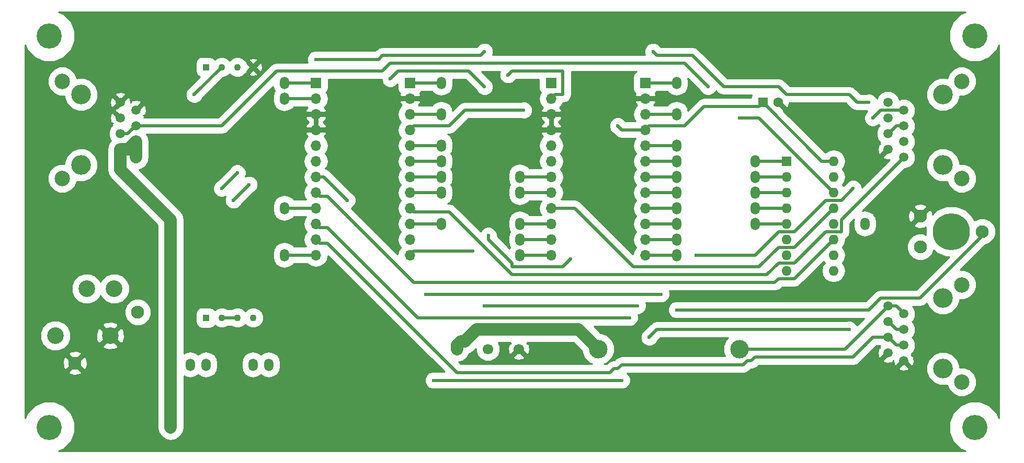
<source format=gbr>
G04 #@! TF.FileFunction,Copper,L2,Bot,Signal*
%FSLAX46Y46*%
G04 Gerber Fmt 4.6, Leading zero omitted, Abs format (unit mm)*
G04 Created by KiCad (PCBNEW 4.0.6) date 10/01/17 20:02:49*
%MOMM*%
%LPD*%
G01*
G04 APERTURE LIST*
%ADD10C,0.100000*%
%ADD11C,3.000000*%
%ADD12C,4.064000*%
%ADD13C,1.500000*%
%ADD14C,3.200000*%
%ADD15C,2.500000*%
%ADD16R,1.600000X1.600000*%
%ADD17O,1.600000X1.600000*%
%ADD18R,1.100000X1.100000*%
%ADD19C,1.100000*%
%ADD20R,1.700000X1.700000*%
%ADD21O,1.700000X1.700000*%
%ADD22O,1.524000X2.000000*%
%ADD23C,2.100000*%
%ADD24C,6.000000*%
%ADD25C,1.600000*%
%ADD26C,2.700000*%
%ADD27C,1.700000*%
%ADD28C,0.600000*%
%ADD29C,0.500000*%
%ADD30C,2.000000*%
%ADD31C,1.500000*%
%ADD32C,0.254000*%
G04 APERTURE END LIST*
D10*
D11*
X175240000Y-109220000D03*
X198140000Y-109220000D03*
D12*
X86360000Y-58420000D03*
X86360000Y-121920000D03*
X236220000Y-121920000D03*
D13*
X97880000Y-76835000D03*
X100420000Y-78105000D03*
X100420000Y-75565000D03*
X97880000Y-74295000D03*
X100420000Y-73025000D03*
X97880000Y-71755000D03*
X97880000Y-69215000D03*
X100420000Y-70485000D03*
D14*
X91530000Y-67945000D03*
X91530000Y-79375000D03*
D15*
X88480000Y-65785000D03*
X88480000Y-81535000D03*
D16*
X205740000Y-78740000D03*
D17*
X213360000Y-96520000D03*
X205740000Y-81280000D03*
X213360000Y-93980000D03*
X205740000Y-83820000D03*
X213360000Y-91440000D03*
X205740000Y-86360000D03*
X213360000Y-88900000D03*
X205740000Y-88900000D03*
X213360000Y-86360000D03*
X205740000Y-91440000D03*
X213360000Y-83820000D03*
X205740000Y-93980000D03*
X213360000Y-81280000D03*
X205740000Y-96520000D03*
X213360000Y-78740000D03*
D18*
X111760000Y-63500000D03*
D19*
X114300000Y-63500000D03*
X116840000Y-63500000D03*
X119380000Y-63500000D03*
D18*
X111760000Y-104140000D03*
D19*
X114300000Y-104140000D03*
X116840000Y-104140000D03*
X119380000Y-104140000D03*
D13*
X224700000Y-70485000D03*
X222160000Y-69215000D03*
X222160000Y-71755000D03*
X224700000Y-73025000D03*
X222160000Y-74295000D03*
X224700000Y-75565000D03*
X224700000Y-78105000D03*
X222160000Y-76835000D03*
D14*
X231050000Y-79375000D03*
X231050000Y-67945000D03*
D15*
X234100000Y-81535000D03*
X234100000Y-65785000D03*
D20*
X129540000Y-66040000D03*
D21*
X129540000Y-68580000D03*
X129540000Y-71120000D03*
X129540000Y-73660000D03*
X129540000Y-76200000D03*
X129540000Y-78740000D03*
X129540000Y-81280000D03*
X129540000Y-83820000D03*
X129540000Y-86360000D03*
X129540000Y-88900000D03*
X129540000Y-91440000D03*
X129540000Y-93980000D03*
D20*
X167640000Y-66040000D03*
D21*
X167640000Y-68580000D03*
X167640000Y-71120000D03*
X167640000Y-73660000D03*
X167640000Y-76200000D03*
X167640000Y-78740000D03*
X167640000Y-81280000D03*
X167640000Y-83820000D03*
X167640000Y-86360000D03*
X167640000Y-88900000D03*
X167640000Y-91440000D03*
X167640000Y-93980000D03*
D20*
X144780000Y-66040000D03*
D21*
X144780000Y-68580000D03*
X144780000Y-71120000D03*
X144780000Y-73660000D03*
X144780000Y-76200000D03*
X144780000Y-78740000D03*
X144780000Y-81280000D03*
X144780000Y-83820000D03*
X144780000Y-86360000D03*
X144780000Y-88900000D03*
X144780000Y-91440000D03*
X144780000Y-93980000D03*
D20*
X182880000Y-66040000D03*
D21*
X182880000Y-68580000D03*
X182880000Y-71120000D03*
X182880000Y-73660000D03*
X182880000Y-76200000D03*
X182880000Y-78740000D03*
X182880000Y-81280000D03*
X182880000Y-83820000D03*
X182880000Y-86360000D03*
X182880000Y-88900000D03*
X182880000Y-91440000D03*
X182880000Y-93980000D03*
D22*
X149860000Y-83820000D03*
X149860000Y-81280000D03*
X149860000Y-78740000D03*
X149860000Y-76200000D03*
X124460000Y-86360000D03*
X124460000Y-93980000D03*
X149860000Y-88900000D03*
D23*
X227410000Y-87670000D03*
X237410000Y-90170000D03*
X227410000Y-92670000D03*
D24*
X232410000Y-90170000D03*
D22*
X149860000Y-66040000D03*
X149860000Y-71120000D03*
X124460000Y-68580000D03*
X124460000Y-66040000D03*
X187960000Y-83820000D03*
X187960000Y-81280000D03*
X187960000Y-78740000D03*
X187960000Y-76200000D03*
X162560000Y-81280000D03*
X162560000Y-91440000D03*
X162560000Y-93980000D03*
X187960000Y-93980000D03*
X218440000Y-88900000D03*
X200660000Y-81280000D03*
X200660000Y-78740000D03*
D16*
X201930000Y-69215000D03*
D25*
X204430000Y-69215000D03*
D22*
X200660000Y-88900000D03*
X200660000Y-83820000D03*
X187960000Y-88900000D03*
X187960000Y-91440000D03*
X162560000Y-83820000D03*
X162560000Y-88900000D03*
X187960000Y-66040000D03*
D13*
X224700000Y-103505000D03*
X222160000Y-102235000D03*
X222160000Y-104775000D03*
X224700000Y-106045000D03*
X222160000Y-107315000D03*
X224700000Y-108585000D03*
X224700000Y-111125000D03*
X222160000Y-109855000D03*
D14*
X231050000Y-112395000D03*
X231050000Y-100965000D03*
D15*
X234100000Y-114555000D03*
X234100000Y-98805000D03*
D22*
X187960000Y-71120000D03*
X187960000Y-86360000D03*
X200660000Y-86360000D03*
D23*
X90540000Y-111500000D03*
D26*
X92450000Y-99440000D03*
X96260000Y-107060000D03*
X96895000Y-99440000D03*
D23*
X100710000Y-103250000D03*
D26*
X87370000Y-107060000D03*
D12*
X236220000Y-58420000D03*
D22*
X109220000Y-111760000D03*
X111760000Y-111760000D03*
X121920000Y-111760000D03*
X119380000Y-111760000D03*
D27*
X152400000Y-109220000D03*
X157400000Y-109220000D03*
X162400000Y-109220000D03*
D28*
X148590000Y-114300000D03*
X179070000Y-114300000D03*
X198120000Y-71755000D03*
X193040000Y-66675000D03*
X109855000Y-67945000D03*
X114300000Y-83185000D03*
X116840000Y-80645000D03*
X187960000Y-102870000D03*
X185420000Y-100330000D03*
X147320000Y-100330000D03*
X134620000Y-85090000D03*
X154940000Y-93345000D03*
X157480000Y-90805000D03*
X170815000Y-94615000D03*
X184150000Y-60960000D03*
X219075000Y-69215000D03*
X216535000Y-83185000D03*
X191135000Y-93980000D03*
X181610000Y-102235000D03*
X156845000Y-102235000D03*
X156845000Y-66675000D03*
X141605000Y-65405000D03*
X100420000Y-78105000D03*
X106045000Y-121920000D03*
X219710000Y-71755000D03*
X163195000Y-70485000D03*
X178435000Y-73025000D03*
X180340000Y-104140000D03*
X183515000Y-107315000D03*
X215900000Y-106045000D03*
X160655000Y-64770000D03*
X156845000Y-60960000D03*
X129540000Y-62230000D03*
X118745000Y-82550000D03*
X116205000Y-85090000D03*
D29*
X200660000Y-86360000D02*
X205740000Y-86360000D01*
X129540000Y-83820000D02*
X130175000Y-84455000D01*
X130175000Y-84455000D02*
X131445000Y-84455000D01*
X131445000Y-84455000D02*
X145415000Y-98425000D01*
X145415000Y-98425000D02*
X203835000Y-98425000D01*
X203835000Y-98425000D02*
X204470000Y-97790000D01*
X204470000Y-97790000D02*
X207010000Y-97790000D01*
X207010000Y-97790000D02*
X213360000Y-91440000D01*
X200660000Y-83820000D02*
X205740000Y-83820000D01*
X148590000Y-114300000D02*
X179070000Y-114300000D01*
X200660000Y-88900000D02*
X205740000Y-88900000D01*
X213360000Y-86360000D02*
X207010000Y-92710000D01*
X207010000Y-92710000D02*
X204470000Y-92710000D01*
X204470000Y-92710000D02*
X201295000Y-95885000D01*
X201295000Y-95885000D02*
X180975000Y-95885000D01*
X180975000Y-95885000D02*
X171450000Y-86360000D01*
X171450000Y-86360000D02*
X167640000Y-86360000D01*
X213360000Y-83820000D02*
X201295000Y-71755000D01*
X201295000Y-71755000D02*
X198120000Y-71755000D01*
X193040000Y-66675000D02*
X189230000Y-62865000D01*
X189230000Y-62865000D02*
X141605000Y-62865000D01*
X141605000Y-62865000D02*
X140335000Y-64135000D01*
X140335000Y-64135000D02*
X123190000Y-64135000D01*
X123190000Y-64135000D02*
X114300000Y-73025000D01*
X114300000Y-73025000D02*
X100420000Y-73025000D01*
X100420000Y-73025000D02*
X100330000Y-73025000D01*
X100330000Y-73025000D02*
X99060000Y-74295000D01*
X99060000Y-74295000D02*
X97880000Y-74295000D01*
X114300000Y-63500000D02*
X109855000Y-67945000D01*
X114300000Y-83185000D02*
X116840000Y-80645000D01*
X114300000Y-104140000D02*
X116840000Y-104140000D01*
X237410000Y-90170000D02*
X237490000Y-90170000D01*
X237490000Y-90170000D02*
X237490000Y-90805000D01*
X237490000Y-90805000D02*
X227330000Y-100965000D01*
X227330000Y-100965000D02*
X220980000Y-100965000D01*
X220980000Y-100965000D02*
X219075000Y-102870000D01*
X219075000Y-102870000D02*
X187960000Y-102870000D01*
X185420000Y-100330000D02*
X147320000Y-100330000D01*
X134620000Y-85090000D02*
X130810000Y-81280000D01*
X130810000Y-81280000D02*
X129540000Y-81280000D01*
X144780000Y-93980000D02*
X145415000Y-93345000D01*
X145415000Y-93345000D02*
X154940000Y-93345000D01*
X157480000Y-90805000D02*
X157480000Y-91440000D01*
X157480000Y-91440000D02*
X161290000Y-95250000D01*
X161290000Y-95250000D02*
X161290000Y-95885000D01*
X161290000Y-95885000D02*
X169545000Y-95885000D01*
X169545000Y-95885000D02*
X170815000Y-94615000D01*
X184150000Y-60960000D02*
X184785000Y-61595000D01*
X184785000Y-61595000D02*
X190500000Y-61595000D01*
X190500000Y-61595000D02*
X195580000Y-66675000D01*
X195580000Y-66675000D02*
X204470000Y-66675000D01*
X204470000Y-66675000D02*
X205740000Y-67945000D01*
X205740000Y-67945000D02*
X215900000Y-67945000D01*
X215900000Y-67945000D02*
X217170000Y-69215000D01*
X217170000Y-69215000D02*
X219075000Y-69215000D01*
X216535000Y-83185000D02*
X214630000Y-85090000D01*
X214630000Y-85090000D02*
X212090000Y-85090000D01*
X212090000Y-85090000D02*
X207010000Y-90170000D01*
X207010000Y-90170000D02*
X204470000Y-90170000D01*
X204470000Y-90170000D02*
X200660000Y-93980000D01*
X200660000Y-93980000D02*
X191135000Y-93980000D01*
X181610000Y-102235000D02*
X156845000Y-102235000D01*
X222160000Y-74295000D02*
X222250000Y-74295000D01*
X222250000Y-74295000D02*
X223520000Y-73025000D01*
X223520000Y-73025000D02*
X224700000Y-73025000D01*
X144780000Y-86360000D02*
X145415000Y-86995000D01*
X145415000Y-86995000D02*
X151130000Y-86995000D01*
X151130000Y-86995000D02*
X161290000Y-97155000D01*
X161290000Y-97155000D02*
X202565000Y-97155000D01*
X202565000Y-97155000D02*
X204470000Y-95250000D01*
X204470000Y-95250000D02*
X207010000Y-95250000D01*
X207010000Y-95250000D02*
X212090000Y-90170000D01*
X212090000Y-90170000D02*
X214630000Y-90170000D01*
X214630000Y-90170000D02*
X214630000Y-88265000D01*
X214630000Y-88265000D02*
X224790000Y-78105000D01*
X224790000Y-78105000D02*
X224700000Y-78105000D01*
X156845000Y-66675000D02*
X154305000Y-64135000D01*
X154305000Y-64135000D02*
X142875000Y-64135000D01*
X142875000Y-64135000D02*
X141605000Y-65405000D01*
X144780000Y-83820000D02*
X149860000Y-83820000D01*
X149860000Y-81280000D02*
X144780000Y-81280000D01*
X144780000Y-78740000D02*
X149860000Y-78740000D01*
X149860000Y-76200000D02*
X144780000Y-76200000D01*
X124460000Y-86360000D02*
X129540000Y-86360000D01*
X124460000Y-93980000D02*
X129540000Y-93980000D01*
X149860000Y-88900000D02*
X144780000Y-88900000D01*
X149860000Y-66040000D02*
X144780000Y-66040000D01*
X149860000Y-71120000D02*
X144780000Y-71120000D01*
X124460000Y-68580000D02*
X129540000Y-68580000D01*
X129540000Y-66040000D02*
X124460000Y-66040000D01*
X187960000Y-83820000D02*
X182880000Y-83820000D01*
X182880000Y-81280000D02*
X187960000Y-81280000D01*
X182880000Y-78740000D02*
X187960000Y-78740000D01*
X187960000Y-76200000D02*
X182880000Y-76200000D01*
X162560000Y-81280000D02*
X167640000Y-81280000D01*
X162560000Y-91440000D02*
X167640000Y-91440000D01*
X162560000Y-93980000D02*
X167640000Y-93980000D01*
X182880000Y-93980000D02*
X187960000Y-93980000D01*
X200660000Y-81280000D02*
X205740000Y-81280000D01*
X205740000Y-78740000D02*
X200660000Y-78740000D01*
D30*
X100420000Y-75565000D02*
X100420000Y-78105000D01*
X97880000Y-76835000D02*
X99150000Y-76835000D01*
X99150000Y-76835000D02*
X100420000Y-75565000D01*
X97880000Y-76835000D02*
X97880000Y-80100000D01*
X106045000Y-88265000D02*
X106045000Y-121920000D01*
X97880000Y-80100000D02*
X106045000Y-88265000D01*
D29*
X201930000Y-69215000D02*
X211455000Y-78740000D01*
X211455000Y-78740000D02*
X213360000Y-78740000D01*
X222160000Y-102235000D02*
X222250000Y-102235000D01*
X222250000Y-102235000D02*
X215265000Y-109220000D01*
X215265000Y-109220000D02*
X198140000Y-109220000D01*
X219710000Y-71755000D02*
X220980000Y-70485000D01*
X220980000Y-70485000D02*
X224700000Y-70485000D01*
X144780000Y-73660000D02*
X145415000Y-73025000D01*
X145415000Y-73025000D02*
X151130000Y-73025000D01*
X151130000Y-73025000D02*
X153670000Y-70485000D01*
X153670000Y-70485000D02*
X163195000Y-70485000D01*
X178435000Y-73025000D02*
X179070000Y-73660000D01*
X179070000Y-73660000D02*
X182880000Y-73660000D01*
X182880000Y-73660000D02*
X183515000Y-73025000D01*
X183515000Y-73025000D02*
X189230000Y-73025000D01*
X189230000Y-73025000D02*
X192405000Y-69850000D01*
X192405000Y-69850000D02*
X201295000Y-69850000D01*
X201295000Y-69850000D02*
X201930000Y-69215000D01*
X100420000Y-75565000D02*
X100330000Y-75565000D01*
X100330000Y-75565000D02*
X99060000Y-76835000D01*
X99060000Y-76835000D02*
X97880000Y-76835000D01*
X224700000Y-103505000D02*
X224790000Y-103505000D01*
X224790000Y-103505000D02*
X223520000Y-102235000D01*
X223520000Y-102235000D02*
X222160000Y-102235000D01*
X182880000Y-88900000D02*
X187960000Y-88900000D01*
X182880000Y-91440000D02*
X187960000Y-91440000D01*
X162560000Y-83820000D02*
X167640000Y-83820000D01*
X162560000Y-88900000D02*
X167640000Y-88900000D01*
X187960000Y-66040000D02*
X182880000Y-66040000D01*
X129540000Y-88900000D02*
X130175000Y-89535000D01*
X130175000Y-89535000D02*
X131445000Y-89535000D01*
X131445000Y-89535000D02*
X146050000Y-104140000D01*
X146050000Y-104140000D02*
X180340000Y-104140000D01*
X183515000Y-107315000D02*
X184785000Y-106045000D01*
X184785000Y-106045000D02*
X215900000Y-106045000D01*
X222160000Y-104775000D02*
X222250000Y-104775000D01*
X222250000Y-104775000D02*
X223520000Y-106045000D01*
X223520000Y-106045000D02*
X224700000Y-106045000D01*
X129540000Y-91440000D02*
X130175000Y-92075000D01*
X130175000Y-92075000D02*
X131445000Y-92075000D01*
X131445000Y-92075000D02*
X152400000Y-113030000D01*
X152400000Y-113030000D02*
X177165000Y-113030000D01*
X177165000Y-113030000D02*
X177800000Y-112395000D01*
X177800000Y-112395000D02*
X178435000Y-112395000D01*
X178435000Y-112395000D02*
X179070000Y-111760000D01*
X179070000Y-111760000D02*
X198755000Y-111760000D01*
X198755000Y-111760000D02*
X199390000Y-111125000D01*
X199390000Y-111125000D02*
X200025000Y-111125000D01*
X200025000Y-111125000D02*
X200660000Y-110490000D01*
X200660000Y-110490000D02*
X216535000Y-110490000D01*
X216535000Y-110490000D02*
X219710000Y-107315000D01*
X219710000Y-107315000D02*
X222160000Y-107315000D01*
X222160000Y-107315000D02*
X222250000Y-107315000D01*
X222250000Y-107315000D02*
X223520000Y-108585000D01*
X223520000Y-108585000D02*
X224700000Y-108585000D01*
X187960000Y-71120000D02*
X182880000Y-71120000D01*
X187960000Y-86360000D02*
X182880000Y-86360000D01*
D30*
X175240000Y-109220000D02*
X175260000Y-109220000D01*
X175260000Y-109220000D02*
X172085000Y-106045000D01*
X172085000Y-106045000D02*
X155575000Y-106045000D01*
X155575000Y-106045000D02*
X153670000Y-107950000D01*
X153670000Y-107950000D02*
X153035000Y-107950000D01*
X153035000Y-107950000D02*
X152400000Y-108585000D01*
X152400000Y-108585000D02*
X152400000Y-109220000D01*
D31*
X175240000Y-109220000D02*
X175260000Y-109220000D01*
D30*
X175240000Y-109220000D02*
X175260000Y-109220000D01*
X152400000Y-108585000D02*
X152400000Y-109220000D01*
D29*
X175240000Y-109220000D02*
X175260000Y-109220000D01*
X167640000Y-68580000D02*
X168275000Y-67945000D01*
X168275000Y-67945000D02*
X169545000Y-67945000D01*
X169545000Y-67945000D02*
X169545000Y-64135000D01*
X169545000Y-64135000D02*
X161290000Y-64135000D01*
X161290000Y-64135000D02*
X160655000Y-64770000D01*
X156845000Y-60960000D02*
X156210000Y-61595000D01*
X156210000Y-61595000D02*
X140335000Y-61595000D01*
X140335000Y-61595000D02*
X139700000Y-62230000D01*
X139700000Y-62230000D02*
X129540000Y-62230000D01*
X118745000Y-82550000D02*
X116205000Y-85090000D01*
D32*
G36*
X233867193Y-54892115D02*
X232696227Y-56061040D01*
X232061723Y-57589094D01*
X232060279Y-59243647D01*
X232692115Y-60772807D01*
X233861040Y-61943773D01*
X235389094Y-62578277D01*
X237043647Y-62579721D01*
X238572807Y-61947885D01*
X239743773Y-60778960D01*
X240098000Y-59925887D01*
X240098000Y-120414536D01*
X239747885Y-119567193D01*
X238578960Y-118396227D01*
X237050906Y-117761723D01*
X235396353Y-117760279D01*
X233867193Y-118392115D01*
X232696227Y-119561040D01*
X232061723Y-121089094D01*
X232060279Y-122743647D01*
X232692115Y-124272807D01*
X233861040Y-125443773D01*
X234714113Y-125798000D01*
X87865464Y-125798000D01*
X88712807Y-125447885D01*
X89883773Y-124278960D01*
X90518277Y-122750906D01*
X90519721Y-121096353D01*
X89887885Y-119567193D01*
X88718960Y-118396227D01*
X87190906Y-117761723D01*
X85536353Y-117760279D01*
X84007193Y-118392115D01*
X82836227Y-119561040D01*
X82482000Y-120414113D01*
X82482000Y-112939648D01*
X89486432Y-112939648D01*
X89586961Y-113276202D01*
X90339229Y-113505709D01*
X91122063Y-113429866D01*
X91493039Y-113276202D01*
X91593568Y-112939648D01*
X90540000Y-111886080D01*
X89486432Y-112939648D01*
X82482000Y-112939648D01*
X82482000Y-111299229D01*
X88534291Y-111299229D01*
X88610134Y-112082063D01*
X88763798Y-112453039D01*
X89100352Y-112553568D01*
X90153920Y-111500000D01*
X90926080Y-111500000D01*
X91979648Y-112553568D01*
X92316202Y-112453039D01*
X92545709Y-111700771D01*
X92469866Y-110917937D01*
X92316202Y-110546961D01*
X91979648Y-110446432D01*
X90926080Y-111500000D01*
X90153920Y-111500000D01*
X89100352Y-110446432D01*
X88763798Y-110546961D01*
X88534291Y-111299229D01*
X82482000Y-111299229D01*
X82482000Y-110060352D01*
X89486432Y-110060352D01*
X90540000Y-111113920D01*
X91593568Y-110060352D01*
X91493039Y-109723798D01*
X90740771Y-109494291D01*
X89957937Y-109570134D01*
X89586961Y-109723798D01*
X89486432Y-110060352D01*
X82482000Y-110060352D01*
X82482000Y-107550544D01*
X84892571Y-107550544D01*
X85268877Y-108461275D01*
X85965060Y-109158674D01*
X86875133Y-109536569D01*
X87860544Y-109537429D01*
X88771275Y-109161123D01*
X89215040Y-108718131D01*
X94987950Y-108718131D01*
X95125722Y-109085656D01*
X95987248Y-109365532D01*
X96890299Y-109294411D01*
X97394278Y-109085656D01*
X97532050Y-108718131D01*
X96260000Y-107446080D01*
X94987950Y-108718131D01*
X89215040Y-108718131D01*
X89468674Y-108464940D01*
X89846569Y-107554867D01*
X89847238Y-106787248D01*
X93954468Y-106787248D01*
X94025589Y-107690299D01*
X94234344Y-108194278D01*
X94601869Y-108332050D01*
X95873920Y-107060000D01*
X96646080Y-107060000D01*
X97918131Y-108332050D01*
X98285656Y-108194278D01*
X98565532Y-107332752D01*
X98494411Y-106429701D01*
X98285656Y-105925722D01*
X97918131Y-105787950D01*
X96646080Y-107060000D01*
X95873920Y-107060000D01*
X94601869Y-105787950D01*
X94234344Y-105925722D01*
X93954468Y-106787248D01*
X89847238Y-106787248D01*
X89847429Y-106569456D01*
X89471123Y-105658725D01*
X89214715Y-105401869D01*
X94987950Y-105401869D01*
X96260000Y-106673920D01*
X97532050Y-105401869D01*
X97394278Y-105034344D01*
X96532752Y-104754468D01*
X95629701Y-104825589D01*
X95125722Y-105034344D01*
X94987950Y-105401869D01*
X89214715Y-105401869D01*
X88774940Y-104961326D01*
X87864867Y-104583431D01*
X86879456Y-104582571D01*
X85968725Y-104958877D01*
X85271326Y-105655060D01*
X84893431Y-106565133D01*
X84892571Y-107550544D01*
X82482000Y-107550544D01*
X82482000Y-103681132D01*
X98532623Y-103681132D01*
X98863353Y-104481560D01*
X99475218Y-105094495D01*
X100275068Y-105426621D01*
X101141132Y-105427377D01*
X101941560Y-105096647D01*
X102554495Y-104484782D01*
X102886621Y-103684932D01*
X102887377Y-102818868D01*
X102556647Y-102018440D01*
X101944782Y-101405505D01*
X101144932Y-101073379D01*
X100278868Y-101072623D01*
X99478440Y-101403353D01*
X98865505Y-102015218D01*
X98533379Y-102815068D01*
X98532623Y-103681132D01*
X82482000Y-103681132D01*
X82482000Y-99930544D01*
X89972571Y-99930544D01*
X90348877Y-100841275D01*
X91045060Y-101538674D01*
X91955133Y-101916569D01*
X92940544Y-101917429D01*
X93851275Y-101541123D01*
X94548674Y-100844940D01*
X94672337Y-100547126D01*
X94793877Y-100841275D01*
X95490060Y-101538674D01*
X96400133Y-101916569D01*
X97385544Y-101917429D01*
X98296275Y-101541123D01*
X98993674Y-100844940D01*
X99371569Y-99934867D01*
X99372429Y-98949456D01*
X98996123Y-98038725D01*
X98299940Y-97341326D01*
X97389867Y-96963431D01*
X96404456Y-96962571D01*
X95493725Y-97338877D01*
X94796326Y-98035060D01*
X94672663Y-98332874D01*
X94551123Y-98038725D01*
X93854940Y-97341326D01*
X92944867Y-96963431D01*
X91959456Y-96962571D01*
X91048725Y-97338877D01*
X90351326Y-98035060D01*
X89973431Y-98945133D01*
X89972571Y-99930544D01*
X82482000Y-99930544D01*
X82482000Y-82005740D01*
X86102588Y-82005740D01*
X86463703Y-82879703D01*
X87131780Y-83548947D01*
X88005111Y-83911586D01*
X88950740Y-83912412D01*
X89824703Y-83551297D01*
X90493947Y-82883220D01*
X90843043Y-82042503D01*
X90985186Y-82101526D01*
X92070054Y-82102472D01*
X93072703Y-81688186D01*
X93840490Y-80921738D01*
X94256526Y-79919814D01*
X94257472Y-78834946D01*
X93843186Y-77832297D01*
X93076738Y-77064510D01*
X92524018Y-76835000D01*
X95753000Y-76835000D01*
X95753000Y-80100000D01*
X95914908Y-80913968D01*
X96375984Y-81604016D01*
X103918000Y-89146032D01*
X103918000Y-121920000D01*
X104079908Y-122733968D01*
X104540984Y-123424016D01*
X105231032Y-123885092D01*
X106045000Y-124047000D01*
X106858968Y-123885092D01*
X107549016Y-123424016D01*
X108010092Y-122733968D01*
X108172000Y-121920000D01*
X108172000Y-113567646D01*
X108497111Y-113784878D01*
X109220000Y-113928670D01*
X109942889Y-113784878D01*
X110490000Y-113419311D01*
X111037111Y-113784878D01*
X111760000Y-113928670D01*
X112482889Y-113784878D01*
X113095725Y-113375395D01*
X113505208Y-112762559D01*
X113649000Y-112039670D01*
X113649000Y-111480330D01*
X117491000Y-111480330D01*
X117491000Y-112039670D01*
X117634792Y-112762559D01*
X118044275Y-113375395D01*
X118657111Y-113784878D01*
X119380000Y-113928670D01*
X120102889Y-113784878D01*
X120650000Y-113419311D01*
X121197111Y-113784878D01*
X121920000Y-113928670D01*
X122642889Y-113784878D01*
X123255725Y-113375395D01*
X123665208Y-112762559D01*
X123809000Y-112039670D01*
X123809000Y-111480330D01*
X123665208Y-110757441D01*
X123255725Y-110144605D01*
X122642889Y-109735122D01*
X121920000Y-109591330D01*
X121197111Y-109735122D01*
X120650000Y-110100689D01*
X120102889Y-109735122D01*
X119380000Y-109591330D01*
X118657111Y-109735122D01*
X118044275Y-110144605D01*
X117634792Y-110757441D01*
X117491000Y-111480330D01*
X113649000Y-111480330D01*
X113505208Y-110757441D01*
X113095725Y-110144605D01*
X112482889Y-109735122D01*
X111760000Y-109591330D01*
X111037111Y-109735122D01*
X110490000Y-110100689D01*
X109942889Y-109735122D01*
X109220000Y-109591330D01*
X108497111Y-109735122D01*
X108172000Y-109952354D01*
X108172000Y-103590000D01*
X110060921Y-103590000D01*
X110060921Y-104690000D01*
X110139506Y-105107641D01*
X110386331Y-105491219D01*
X110762944Y-105748548D01*
X111210000Y-105839079D01*
X112310000Y-105839079D01*
X112727641Y-105760494D01*
X113111219Y-105513669D01*
X113188621Y-105400387D01*
X113348816Y-105560862D01*
X113964961Y-105816708D01*
X114632112Y-105817290D01*
X115248703Y-105562520D01*
X115294302Y-105517000D01*
X115845030Y-105517000D01*
X115888816Y-105560862D01*
X116504961Y-105816708D01*
X117172112Y-105817290D01*
X117788703Y-105562520D01*
X118110147Y-105241636D01*
X118428816Y-105560862D01*
X119044961Y-105816708D01*
X119712112Y-105817290D01*
X120328703Y-105562520D01*
X120800862Y-105091184D01*
X121056708Y-104475039D01*
X121057290Y-103807888D01*
X120802520Y-103191297D01*
X120331184Y-102719138D01*
X119715039Y-102463292D01*
X119047888Y-102462710D01*
X118431297Y-102717480D01*
X118109853Y-103038364D01*
X117791184Y-102719138D01*
X117175039Y-102463292D01*
X116507888Y-102462710D01*
X115891297Y-102717480D01*
X115845698Y-102763000D01*
X115294970Y-102763000D01*
X115251184Y-102719138D01*
X114635039Y-102463292D01*
X113967888Y-102462710D01*
X113351297Y-102717480D01*
X113190852Y-102877646D01*
X113133669Y-102788781D01*
X112757056Y-102531452D01*
X112310000Y-102440921D01*
X111210000Y-102440921D01*
X110792359Y-102519506D01*
X110408781Y-102766331D01*
X110151452Y-103142944D01*
X110060921Y-103590000D01*
X108172000Y-103590000D01*
X108172000Y-88265000D01*
X108010092Y-87451032D01*
X107549016Y-86760984D01*
X104255635Y-83467603D01*
X112872752Y-83467603D01*
X113089543Y-83992275D01*
X113490614Y-84394047D01*
X114014907Y-84611752D01*
X114582603Y-84612248D01*
X114915334Y-84474766D01*
X114778248Y-84804907D01*
X114777752Y-85372603D01*
X114994543Y-85897275D01*
X115395614Y-86299047D01*
X115919907Y-86516752D01*
X116487603Y-86517248D01*
X117012275Y-86300457D01*
X117414047Y-85899386D01*
X117464507Y-85777865D01*
X119432372Y-83810000D01*
X119552275Y-83760457D01*
X119954047Y-83359386D01*
X120171752Y-82835093D01*
X120172248Y-82267397D01*
X119955457Y-81742725D01*
X119554386Y-81340953D01*
X119030093Y-81123248D01*
X118462397Y-81122752D01*
X118129666Y-81260234D01*
X118266752Y-80930093D01*
X118267248Y-80362397D01*
X118050457Y-79837725D01*
X117649386Y-79435953D01*
X117125093Y-79218248D01*
X116557397Y-79217752D01*
X116032725Y-79434543D01*
X115630953Y-79835614D01*
X115580493Y-79957135D01*
X113612628Y-81925000D01*
X113492725Y-81974543D01*
X113090953Y-82375614D01*
X112873248Y-82899907D01*
X112872752Y-83467603D01*
X104255635Y-83467603D01*
X100920480Y-80132448D01*
X101233968Y-80070092D01*
X101924016Y-79609016D01*
X102385092Y-78918968D01*
X102547000Y-78105000D01*
X102547000Y-75565000D01*
X102385092Y-74751032D01*
X102151876Y-74402000D01*
X114300000Y-74402000D01*
X114826955Y-74297182D01*
X115273686Y-73998686D01*
X117608049Y-71664323D01*
X127848421Y-71664323D01*
X127958964Y-71931243D01*
X128322736Y-72390000D01*
X127958964Y-72848757D01*
X127848421Y-73115677D01*
X128019057Y-73387000D01*
X129267000Y-73387000D01*
X129267000Y-71393000D01*
X129813000Y-71393000D01*
X129813000Y-73387000D01*
X131060943Y-73387000D01*
X131231579Y-73115677D01*
X131121036Y-72848757D01*
X130757264Y-72390000D01*
X131121036Y-71931243D01*
X131231579Y-71664323D01*
X131060943Y-71393000D01*
X129813000Y-71393000D01*
X129267000Y-71393000D01*
X128019057Y-71393000D01*
X127848421Y-71664323D01*
X117608049Y-71664323D01*
X122634329Y-66638043D01*
X122714792Y-67042559D01*
X122893490Y-67310000D01*
X122714792Y-67577441D01*
X122571000Y-68300330D01*
X122571000Y-68859670D01*
X122714792Y-69582559D01*
X123124275Y-70195395D01*
X123737111Y-70604878D01*
X124460000Y-70748670D01*
X125182889Y-70604878D01*
X125795725Y-70195395D01*
X125955015Y-69957000D01*
X128089320Y-69957000D01*
X128103318Y-69977950D01*
X128180424Y-70029471D01*
X127958964Y-70308757D01*
X127848421Y-70575677D01*
X128019057Y-70847000D01*
X129267000Y-70847000D01*
X129267000Y-70827000D01*
X129813000Y-70827000D01*
X129813000Y-70847000D01*
X131060943Y-70847000D01*
X131231579Y-70575677D01*
X131121036Y-70308757D01*
X130899576Y-70029471D01*
X130976682Y-69977950D01*
X131405242Y-69336565D01*
X131555732Y-68580000D01*
X131405242Y-67823435D01*
X131262344Y-67609574D01*
X131448548Y-67337056D01*
X131539079Y-66890000D01*
X131539079Y-65512000D01*
X140177905Y-65512000D01*
X140177752Y-65687603D01*
X140394543Y-66212275D01*
X140795614Y-66614047D01*
X141319907Y-66831752D01*
X141887603Y-66832248D01*
X142412275Y-66615457D01*
X142780921Y-66247454D01*
X142780921Y-66890000D01*
X142859506Y-67307641D01*
X143106331Y-67691219D01*
X143206290Y-67759518D01*
X143198964Y-67768757D01*
X143088421Y-68035677D01*
X143259057Y-68307000D01*
X144507000Y-68307000D01*
X144507000Y-68287000D01*
X145053000Y-68287000D01*
X145053000Y-68307000D01*
X146300943Y-68307000D01*
X146471579Y-68035677D01*
X146361036Y-67768757D01*
X146355824Y-67762184D01*
X146431219Y-67713669D01*
X146633925Y-67417000D01*
X148364985Y-67417000D01*
X148524275Y-67655395D01*
X149137111Y-68064878D01*
X149860000Y-68208670D01*
X150582889Y-68064878D01*
X151195725Y-67655395D01*
X151605208Y-67042559D01*
X151749000Y-66319670D01*
X151749000Y-65760330D01*
X151699604Y-65512000D01*
X153734628Y-65512000D01*
X155585000Y-67362372D01*
X155634543Y-67482275D01*
X156035614Y-67884047D01*
X156559907Y-68101752D01*
X157127603Y-68102248D01*
X157652275Y-67885457D01*
X158054047Y-67484386D01*
X158271752Y-66960093D01*
X158272248Y-66392397D01*
X158055457Y-65867725D01*
X157654386Y-65465953D01*
X157532865Y-65415493D01*
X156359372Y-64242000D01*
X159329112Y-64242000D01*
X159228248Y-64484907D01*
X159227752Y-65052603D01*
X159444543Y-65577275D01*
X159845614Y-65979047D01*
X160369907Y-66196752D01*
X160937603Y-66197248D01*
X161462275Y-65980457D01*
X161864047Y-65579386D01*
X161892028Y-65512000D01*
X165640921Y-65512000D01*
X165640921Y-66890000D01*
X165719506Y-67307641D01*
X165915688Y-67612518D01*
X165774758Y-67823435D01*
X165624268Y-68580000D01*
X165774758Y-69336565D01*
X166203318Y-69977950D01*
X166280424Y-70029471D01*
X166058964Y-70308757D01*
X165948421Y-70575677D01*
X166119057Y-70847000D01*
X167367000Y-70847000D01*
X167367000Y-70827000D01*
X167913000Y-70827000D01*
X167913000Y-70847000D01*
X169160943Y-70847000D01*
X169331579Y-70575677D01*
X169221036Y-70308757D01*
X168999576Y-70029471D01*
X169076682Y-69977950D01*
X169505242Y-69336565D01*
X169508139Y-69322000D01*
X169545000Y-69322000D01*
X170071955Y-69217182D01*
X170518686Y-68918686D01*
X170817182Y-68471955D01*
X170922000Y-67945000D01*
X170922000Y-64242000D01*
X181421997Y-64242000D01*
X181228781Y-64366331D01*
X180971452Y-64742944D01*
X180880921Y-65190000D01*
X180880921Y-66890000D01*
X180959506Y-67307641D01*
X181206331Y-67691219D01*
X181306290Y-67759518D01*
X181298964Y-67768757D01*
X181188421Y-68035677D01*
X181359057Y-68307000D01*
X182607000Y-68307000D01*
X182607000Y-68287000D01*
X183153000Y-68287000D01*
X183153000Y-68307000D01*
X184400943Y-68307000D01*
X184571579Y-68035677D01*
X184461036Y-67768757D01*
X184455824Y-67762184D01*
X184531219Y-67713669D01*
X184733925Y-67417000D01*
X186464985Y-67417000D01*
X186624275Y-67655395D01*
X187237111Y-68064878D01*
X187960000Y-68208670D01*
X188682889Y-68064878D01*
X189295725Y-67655395D01*
X189705208Y-67042559D01*
X189849000Y-66319670D01*
X189849000Y-65760330D01*
X189767318Y-65349690D01*
X191780000Y-67362372D01*
X191829543Y-67482275D01*
X192230614Y-67884047D01*
X192754907Y-68101752D01*
X193322603Y-68102248D01*
X193847275Y-67885457D01*
X194249047Y-67484386D01*
X194305664Y-67348036D01*
X194606314Y-67648686D01*
X195053045Y-67947182D01*
X195580000Y-68052000D01*
X200054430Y-68052000D01*
X199980921Y-68415000D01*
X199980921Y-68473000D01*
X192405000Y-68473000D01*
X191878045Y-68577818D01*
X191431314Y-68876314D01*
X189785671Y-70521957D01*
X189705208Y-70117441D01*
X189295725Y-69504605D01*
X188682889Y-69095122D01*
X187960000Y-68951330D01*
X187237111Y-69095122D01*
X186624275Y-69504605D01*
X186464985Y-69743000D01*
X184330680Y-69743000D01*
X184316682Y-69722050D01*
X184239576Y-69670529D01*
X184461036Y-69391243D01*
X184571579Y-69124323D01*
X184400943Y-68853000D01*
X183153000Y-68853000D01*
X183153000Y-68873000D01*
X182607000Y-68873000D01*
X182607000Y-68853000D01*
X181359057Y-68853000D01*
X181188421Y-69124323D01*
X181298964Y-69391243D01*
X181520424Y-69670529D01*
X181443318Y-69722050D01*
X181014758Y-70363435D01*
X180864268Y-71120000D01*
X181014758Y-71876565D01*
X181286329Y-72283000D01*
X179672428Y-72283000D01*
X179645457Y-72217725D01*
X179244386Y-71815953D01*
X178720093Y-71598248D01*
X178152397Y-71597752D01*
X177627725Y-71814543D01*
X177225953Y-72215614D01*
X177008248Y-72739907D01*
X177007752Y-73307603D01*
X177224543Y-73832275D01*
X177625614Y-74234047D01*
X177747135Y-74284507D01*
X178096314Y-74633686D01*
X178543045Y-74932182D01*
X179070000Y-75037000D01*
X181286329Y-75037000D01*
X181014758Y-75443435D01*
X180864268Y-76200000D01*
X181014758Y-76956565D01*
X181357824Y-77470000D01*
X181014758Y-77983435D01*
X180864268Y-78740000D01*
X181014758Y-79496565D01*
X181357824Y-80010000D01*
X181014758Y-80523435D01*
X180864268Y-81280000D01*
X181014758Y-82036565D01*
X181357824Y-82550000D01*
X181014758Y-83063435D01*
X180864268Y-83820000D01*
X181014758Y-84576565D01*
X181357824Y-85090000D01*
X181014758Y-85603435D01*
X180864268Y-86360000D01*
X181014758Y-87116565D01*
X181357824Y-87630000D01*
X181014758Y-88143435D01*
X180864268Y-88900000D01*
X181014758Y-89656565D01*
X181357824Y-90170000D01*
X181014758Y-90683435D01*
X180864268Y-91440000D01*
X181014758Y-92196565D01*
X181357824Y-92710000D01*
X181014758Y-93223435D01*
X180889670Y-93852298D01*
X172423686Y-85386314D01*
X171976955Y-85087818D01*
X171450000Y-84983000D01*
X169233671Y-84983000D01*
X169505242Y-84576565D01*
X169655732Y-83820000D01*
X169505242Y-83063435D01*
X169162176Y-82550000D01*
X169505242Y-82036565D01*
X169655732Y-81280000D01*
X169505242Y-80523435D01*
X169162176Y-80010000D01*
X169505242Y-79496565D01*
X169655732Y-78740000D01*
X169505242Y-77983435D01*
X169162176Y-77470000D01*
X169505242Y-76956565D01*
X169655732Y-76200000D01*
X169505242Y-75443435D01*
X169076682Y-74802050D01*
X168999576Y-74750529D01*
X169221036Y-74471243D01*
X169331579Y-74204323D01*
X169160943Y-73933000D01*
X167913000Y-73933000D01*
X167913000Y-73953000D01*
X167367000Y-73953000D01*
X167367000Y-73933000D01*
X166119057Y-73933000D01*
X165948421Y-74204323D01*
X166058964Y-74471243D01*
X166280424Y-74750529D01*
X166203318Y-74802050D01*
X165774758Y-75443435D01*
X165624268Y-76200000D01*
X165774758Y-76956565D01*
X166117824Y-77470000D01*
X165774758Y-77983435D01*
X165624268Y-78740000D01*
X165774758Y-79496565D01*
X166046329Y-79903000D01*
X164055015Y-79903000D01*
X163895725Y-79664605D01*
X163282889Y-79255122D01*
X162560000Y-79111330D01*
X161837111Y-79255122D01*
X161224275Y-79664605D01*
X160814792Y-80277441D01*
X160671000Y-81000330D01*
X160671000Y-81559670D01*
X160814792Y-82282559D01*
X160993490Y-82550000D01*
X160814792Y-82817441D01*
X160671000Y-83540330D01*
X160671000Y-84099670D01*
X160814792Y-84822559D01*
X161224275Y-85435395D01*
X161837111Y-85844878D01*
X162560000Y-85988670D01*
X163282889Y-85844878D01*
X163895725Y-85435395D01*
X164055015Y-85197000D01*
X166046329Y-85197000D01*
X165774758Y-85603435D01*
X165624268Y-86360000D01*
X165774758Y-87116565D01*
X166046329Y-87523000D01*
X164055015Y-87523000D01*
X163895725Y-87284605D01*
X163282889Y-86875122D01*
X162560000Y-86731330D01*
X161837111Y-86875122D01*
X161224275Y-87284605D01*
X160814792Y-87897441D01*
X160671000Y-88620330D01*
X160671000Y-89179670D01*
X160814792Y-89902559D01*
X160993490Y-90170000D01*
X160814792Y-90437441D01*
X160671000Y-91160330D01*
X160671000Y-91719670D01*
X160814792Y-92442559D01*
X160993490Y-92710000D01*
X160874882Y-92887510D01*
X158906901Y-90919529D01*
X158907248Y-90522397D01*
X158690457Y-89997725D01*
X158289386Y-89595953D01*
X157765093Y-89378248D01*
X157197397Y-89377752D01*
X156672725Y-89594543D01*
X156270953Y-89995614D01*
X156214336Y-90131964D01*
X152103686Y-86021314D01*
X151656955Y-85722818D01*
X151130000Y-85618000D01*
X150922437Y-85618000D01*
X151195725Y-85435395D01*
X151605208Y-84822559D01*
X151749000Y-84099670D01*
X151749000Y-83540330D01*
X151605208Y-82817441D01*
X151426510Y-82550000D01*
X151605208Y-82282559D01*
X151749000Y-81559670D01*
X151749000Y-81000330D01*
X151605208Y-80277441D01*
X151426510Y-80010000D01*
X151605208Y-79742559D01*
X151749000Y-79019670D01*
X151749000Y-78460330D01*
X151605208Y-77737441D01*
X151426510Y-77470000D01*
X151605208Y-77202559D01*
X151749000Y-76479670D01*
X151749000Y-75920330D01*
X151605208Y-75197441D01*
X151195725Y-74584605D01*
X150922437Y-74402000D01*
X151130000Y-74402000D01*
X151656955Y-74297182D01*
X152103686Y-73998686D01*
X154240372Y-71862000D01*
X162790091Y-71862000D01*
X162909907Y-71911752D01*
X163477603Y-71912248D01*
X164002275Y-71695457D01*
X164033463Y-71664323D01*
X165948421Y-71664323D01*
X166058964Y-71931243D01*
X166422736Y-72390000D01*
X166058964Y-72848757D01*
X165948421Y-73115677D01*
X166119057Y-73387000D01*
X167367000Y-73387000D01*
X167367000Y-71393000D01*
X167913000Y-71393000D01*
X167913000Y-73387000D01*
X169160943Y-73387000D01*
X169331579Y-73115677D01*
X169221036Y-72848757D01*
X168857264Y-72390000D01*
X169221036Y-71931243D01*
X169331579Y-71664323D01*
X169160943Y-71393000D01*
X167913000Y-71393000D01*
X167367000Y-71393000D01*
X166119057Y-71393000D01*
X165948421Y-71664323D01*
X164033463Y-71664323D01*
X164404047Y-71294386D01*
X164621752Y-70770093D01*
X164622248Y-70202397D01*
X164405457Y-69677725D01*
X164004386Y-69275953D01*
X163480093Y-69058248D01*
X162912397Y-69057752D01*
X162790788Y-69108000D01*
X153670000Y-69108000D01*
X153143045Y-69212818D01*
X152696314Y-69511314D01*
X151685671Y-70521957D01*
X151605208Y-70117441D01*
X151195725Y-69504605D01*
X150582889Y-69095122D01*
X149860000Y-68951330D01*
X149137111Y-69095122D01*
X148524275Y-69504605D01*
X148364985Y-69743000D01*
X146230680Y-69743000D01*
X146216682Y-69722050D01*
X146139576Y-69670529D01*
X146361036Y-69391243D01*
X146471579Y-69124323D01*
X146300943Y-68853000D01*
X145053000Y-68853000D01*
X145053000Y-68873000D01*
X144507000Y-68873000D01*
X144507000Y-68853000D01*
X143259057Y-68853000D01*
X143088421Y-69124323D01*
X143198964Y-69391243D01*
X143420424Y-69670529D01*
X143343318Y-69722050D01*
X142914758Y-70363435D01*
X142764268Y-71120000D01*
X142914758Y-71876565D01*
X143257824Y-72390000D01*
X142914758Y-72903435D01*
X142764268Y-73660000D01*
X142914758Y-74416565D01*
X143257824Y-74930000D01*
X142914758Y-75443435D01*
X142764268Y-76200000D01*
X142914758Y-76956565D01*
X143257824Y-77470000D01*
X142914758Y-77983435D01*
X142764268Y-78740000D01*
X142914758Y-79496565D01*
X143257824Y-80010000D01*
X142914758Y-80523435D01*
X142764268Y-81280000D01*
X142914758Y-82036565D01*
X143257824Y-82550000D01*
X142914758Y-83063435D01*
X142764268Y-83820000D01*
X142914758Y-84576565D01*
X143257824Y-85090000D01*
X142914758Y-85603435D01*
X142764268Y-86360000D01*
X142914758Y-87116565D01*
X143257824Y-87630000D01*
X142914758Y-88143435D01*
X142764268Y-88900000D01*
X142914758Y-89656565D01*
X143257824Y-90170000D01*
X142914758Y-90683435D01*
X142764268Y-91440000D01*
X142914758Y-92196565D01*
X143257824Y-92710000D01*
X142914758Y-93223435D01*
X142789670Y-93852298D01*
X135293220Y-86355848D01*
X135427275Y-86300457D01*
X135829047Y-85899386D01*
X136046752Y-85375093D01*
X136047248Y-84807397D01*
X135830457Y-84282725D01*
X135429386Y-83880953D01*
X135307865Y-83830493D01*
X131783686Y-80306314D01*
X131336955Y-80007818D01*
X131095699Y-79959829D01*
X131405242Y-79496565D01*
X131555732Y-78740000D01*
X131405242Y-77983435D01*
X131062176Y-77470000D01*
X131405242Y-76956565D01*
X131555732Y-76200000D01*
X131405242Y-75443435D01*
X130976682Y-74802050D01*
X130899576Y-74750529D01*
X131121036Y-74471243D01*
X131231579Y-74204323D01*
X131060943Y-73933000D01*
X129813000Y-73933000D01*
X129813000Y-73953000D01*
X129267000Y-73953000D01*
X129267000Y-73933000D01*
X128019057Y-73933000D01*
X127848421Y-74204323D01*
X127958964Y-74471243D01*
X128180424Y-74750529D01*
X128103318Y-74802050D01*
X127674758Y-75443435D01*
X127524268Y-76200000D01*
X127674758Y-76956565D01*
X128017824Y-77470000D01*
X127674758Y-77983435D01*
X127524268Y-78740000D01*
X127674758Y-79496565D01*
X128017824Y-80010000D01*
X127674758Y-80523435D01*
X127524268Y-81280000D01*
X127674758Y-82036565D01*
X128017824Y-82550000D01*
X127674758Y-83063435D01*
X127524268Y-83820000D01*
X127674758Y-84576565D01*
X127946329Y-84983000D01*
X125955015Y-84983000D01*
X125795725Y-84744605D01*
X125182889Y-84335122D01*
X124460000Y-84191330D01*
X123737111Y-84335122D01*
X123124275Y-84744605D01*
X122714792Y-85357441D01*
X122571000Y-86080330D01*
X122571000Y-86639670D01*
X122714792Y-87362559D01*
X123124275Y-87975395D01*
X123737111Y-88384878D01*
X124460000Y-88528670D01*
X125182889Y-88384878D01*
X125795725Y-87975395D01*
X125955015Y-87737000D01*
X127946329Y-87737000D01*
X127674758Y-88143435D01*
X127524268Y-88900000D01*
X127674758Y-89656565D01*
X128017824Y-90170000D01*
X127674758Y-90683435D01*
X127524268Y-91440000D01*
X127674758Y-92196565D01*
X127946329Y-92603000D01*
X125955015Y-92603000D01*
X125795725Y-92364605D01*
X125182889Y-91955122D01*
X124460000Y-91811330D01*
X123737111Y-91955122D01*
X123124275Y-92364605D01*
X122714792Y-92977441D01*
X122571000Y-93700330D01*
X122571000Y-94259670D01*
X122714792Y-94982559D01*
X123124275Y-95595395D01*
X123737111Y-96004878D01*
X124460000Y-96148670D01*
X125182889Y-96004878D01*
X125795725Y-95595395D01*
X125955015Y-95357000D01*
X128089320Y-95357000D01*
X128103318Y-95377950D01*
X128744703Y-95806510D01*
X129501268Y-95957000D01*
X129578732Y-95957000D01*
X130335297Y-95806510D01*
X130976682Y-95377950D01*
X131405242Y-94736565D01*
X131530330Y-94107702D01*
X150345628Y-112923000D01*
X148994909Y-112923000D01*
X148875093Y-112873248D01*
X148307397Y-112872752D01*
X147782725Y-113089543D01*
X147380953Y-113490614D01*
X147163248Y-114014907D01*
X147162752Y-114582603D01*
X147379543Y-115107275D01*
X147780614Y-115509047D01*
X148304907Y-115726752D01*
X148872603Y-115727248D01*
X148994212Y-115677000D01*
X178665091Y-115677000D01*
X178784907Y-115726752D01*
X179352603Y-115727248D01*
X179877275Y-115510457D01*
X180279047Y-115109386D01*
X180496752Y-114585093D01*
X180497248Y-114017397D01*
X180280457Y-113492725D01*
X179925353Y-113137000D01*
X198755000Y-113137000D01*
X199281955Y-113032182D01*
X199427317Y-112935054D01*
X228322528Y-112935054D01*
X228736814Y-113937703D01*
X229503262Y-114705490D01*
X230505186Y-115121526D01*
X231590054Y-115122472D01*
X231737401Y-115061590D01*
X232083703Y-115899703D01*
X232751780Y-116568947D01*
X233625111Y-116931586D01*
X234570740Y-116932412D01*
X235444703Y-116571297D01*
X236113947Y-115903220D01*
X236476586Y-115029889D01*
X236477412Y-114084260D01*
X236116297Y-113210297D01*
X235448220Y-112541053D01*
X234574889Y-112178414D01*
X233777191Y-112177717D01*
X233777472Y-111854946D01*
X233363186Y-110852297D01*
X232596738Y-110084510D01*
X231594814Y-109668474D01*
X230509946Y-109667528D01*
X229507297Y-110081814D01*
X228739510Y-110848262D01*
X228323474Y-111850186D01*
X228322528Y-112935054D01*
X199427317Y-112935054D01*
X199728686Y-112733686D01*
X199960372Y-112502000D01*
X200025000Y-112502000D01*
X200551955Y-112397182D01*
X200629697Y-112345236D01*
X223865845Y-112345236D01*
X223928728Y-112651021D01*
X224571420Y-112830012D01*
X225233687Y-112749431D01*
X225471272Y-112651021D01*
X225534155Y-112345236D01*
X224700000Y-111511080D01*
X223865845Y-112345236D01*
X200629697Y-112345236D01*
X200998686Y-112098686D01*
X201230372Y-111867000D01*
X216535000Y-111867000D01*
X217061955Y-111762182D01*
X217508686Y-111463686D01*
X220280372Y-108692000D01*
X220882433Y-108692000D01*
X220895415Y-108705004D01*
X220759668Y-108840751D01*
X220939762Y-109020845D01*
X220633979Y-109083728D01*
X220454988Y-109726420D01*
X220535569Y-110388687D01*
X220633979Y-110626272D01*
X220939764Y-110689155D01*
X221773920Y-109855000D01*
X221759777Y-109840858D01*
X222145858Y-109454777D01*
X222160000Y-109468920D01*
X222174143Y-109454778D01*
X222560223Y-109840858D01*
X222546080Y-109855000D01*
X222560223Y-109869143D01*
X222174142Y-110255223D01*
X222160000Y-110241080D01*
X221325845Y-111075236D01*
X221388728Y-111381021D01*
X222031420Y-111560012D01*
X222693687Y-111479431D01*
X222931272Y-111381021D01*
X222994155Y-111075238D01*
X223006022Y-111087105D01*
X223075569Y-111658687D01*
X223173979Y-111896272D01*
X223479764Y-111959155D01*
X224313920Y-111125000D01*
X224299778Y-111110858D01*
X224685858Y-110724777D01*
X224700000Y-110738920D01*
X224714143Y-110724778D01*
X225100223Y-111110858D01*
X225086080Y-111125000D01*
X225920236Y-111959155D01*
X226226021Y-111896272D01*
X226405012Y-111253580D01*
X226324431Y-110591313D01*
X226226021Y-110353728D01*
X225920238Y-110290845D01*
X226100332Y-110110751D01*
X225964476Y-109974895D01*
X226290316Y-109649624D01*
X226576674Y-108959996D01*
X226577325Y-108213280D01*
X226292171Y-107523154D01*
X226084480Y-107315100D01*
X226290316Y-107109624D01*
X226576674Y-106419996D01*
X226577325Y-105673280D01*
X226292171Y-104983154D01*
X226084480Y-104775100D01*
X226290316Y-104569624D01*
X226576674Y-103879996D01*
X226577325Y-103133280D01*
X226292171Y-102443154D01*
X226191194Y-102342000D01*
X227330000Y-102342000D01*
X227856955Y-102237182D01*
X228303686Y-101938686D01*
X228443805Y-101798567D01*
X228736814Y-102507703D01*
X229503262Y-103275490D01*
X230505186Y-103691526D01*
X231590054Y-103692472D01*
X232592703Y-103278186D01*
X233360490Y-102511738D01*
X233776526Y-101509814D01*
X233776812Y-101181719D01*
X234570740Y-101182412D01*
X235444703Y-100821297D01*
X236113947Y-100153220D01*
X236476586Y-99279889D01*
X236477412Y-98334260D01*
X236116297Y-97460297D01*
X235448220Y-96791053D01*
X234574889Y-96428414D01*
X233814622Y-96427750D01*
X237932922Y-92309450D01*
X238641560Y-92016647D01*
X239254495Y-91404782D01*
X239586621Y-90604932D01*
X239587377Y-89738868D01*
X239256647Y-88938440D01*
X238644782Y-88325505D01*
X237844932Y-87993379D01*
X236978868Y-87992623D01*
X236178440Y-88323353D01*
X236131686Y-88370025D01*
X235910741Y-87835296D01*
X234750810Y-86673340D01*
X233234513Y-86043718D01*
X231592690Y-86042285D01*
X230075296Y-86669259D01*
X229367734Y-87375588D01*
X229339866Y-87087937D01*
X229186202Y-86716961D01*
X228849648Y-86616432D01*
X227796080Y-87670000D01*
X227810223Y-87684143D01*
X227424143Y-88070223D01*
X227410000Y-88056080D01*
X226356432Y-89109648D01*
X226456961Y-89446202D01*
X227209229Y-89675709D01*
X227992063Y-89599866D01*
X228283601Y-89479106D01*
X228282558Y-90675097D01*
X227844932Y-90493379D01*
X226978868Y-90492623D01*
X226178440Y-90823353D01*
X225565505Y-91435218D01*
X225233379Y-92235068D01*
X225232623Y-93101132D01*
X225563353Y-93901560D01*
X226175218Y-94514495D01*
X226975068Y-94846621D01*
X227841132Y-94847377D01*
X228641560Y-94516647D01*
X229254495Y-93904782D01*
X229563654Y-93160242D01*
X230069190Y-93666660D01*
X231585487Y-94296282D01*
X232050940Y-94296688D01*
X226759628Y-99588000D01*
X220980000Y-99588000D01*
X220453045Y-99692818D01*
X220006314Y-99991314D01*
X218504628Y-101493000D01*
X188364909Y-101493000D01*
X188245093Y-101443248D01*
X187677397Y-101442752D01*
X187152725Y-101659543D01*
X186750953Y-102060614D01*
X186533248Y-102584907D01*
X186532752Y-103152603D01*
X186749543Y-103677275D01*
X187150614Y-104079047D01*
X187674907Y-104296752D01*
X188242603Y-104297248D01*
X188364212Y-104247000D01*
X218290628Y-104247000D01*
X217165848Y-105371780D01*
X217110457Y-105237725D01*
X216709386Y-104835953D01*
X216185093Y-104618248D01*
X215617397Y-104617752D01*
X215495788Y-104668000D01*
X184785000Y-104668000D01*
X184258045Y-104772818D01*
X183811314Y-105071314D01*
X182827628Y-106055000D01*
X182707725Y-106104543D01*
X182305953Y-106505614D01*
X182088248Y-107029907D01*
X182087752Y-107597603D01*
X182304543Y-108122275D01*
X182705614Y-108524047D01*
X183229907Y-108741752D01*
X183797603Y-108742248D01*
X184322275Y-108525457D01*
X184724047Y-108124386D01*
X184774507Y-108002865D01*
X185355372Y-107422000D01*
X196222755Y-107422000D01*
X195914236Y-107729981D01*
X195513457Y-108695165D01*
X195512545Y-109740250D01*
X195778124Y-110383000D01*
X179070000Y-110383000D01*
X178543045Y-110487818D01*
X178096314Y-110786314D01*
X177864628Y-111018000D01*
X177800000Y-111018000D01*
X177273045Y-111122818D01*
X176826314Y-111421314D01*
X176594628Y-111653000D01*
X176230867Y-111653000D01*
X176726132Y-111448361D01*
X177465764Y-110710019D01*
X177866543Y-109744835D01*
X177867455Y-108699750D01*
X177468361Y-107733868D01*
X176730019Y-106994236D01*
X175764835Y-106593457D01*
X175641381Y-106593349D01*
X174565032Y-105517000D01*
X179935091Y-105517000D01*
X180054907Y-105566752D01*
X180622603Y-105567248D01*
X181147275Y-105350457D01*
X181549047Y-104949386D01*
X181766752Y-104425093D01*
X181767248Y-103857397D01*
X181686539Y-103662068D01*
X181892603Y-103662248D01*
X182417275Y-103445457D01*
X182819047Y-103044386D01*
X183036752Y-102520093D01*
X183037248Y-101952397D01*
X182935852Y-101707000D01*
X185015091Y-101707000D01*
X185134907Y-101756752D01*
X185702603Y-101757248D01*
X186227275Y-101540457D01*
X186629047Y-101139386D01*
X186846752Y-100615093D01*
X186847248Y-100047397D01*
X186745852Y-99802000D01*
X203835000Y-99802000D01*
X204361955Y-99697182D01*
X204808686Y-99398686D01*
X205040372Y-99167000D01*
X207010000Y-99167000D01*
X207536955Y-99062182D01*
X207983686Y-98763686D01*
X211737401Y-95009971D01*
X211897783Y-95250000D01*
X211541932Y-95782569D01*
X211395248Y-96520000D01*
X211541932Y-97257431D01*
X211959653Y-97882595D01*
X212584817Y-98300316D01*
X213322248Y-98447000D01*
X213397752Y-98447000D01*
X214135183Y-98300316D01*
X214760347Y-97882595D01*
X215178068Y-97257431D01*
X215324752Y-96520000D01*
X215178068Y-95782569D01*
X214822217Y-95250000D01*
X215178068Y-94717431D01*
X215324752Y-93980000D01*
X215178068Y-93242569D01*
X214822217Y-92710000D01*
X215178068Y-92177431D01*
X215324752Y-91440000D01*
X215305450Y-91342961D01*
X215603686Y-91143686D01*
X215902182Y-90696955D01*
X216007000Y-90170000D01*
X216007000Y-88835372D01*
X216632682Y-88209690D01*
X216551000Y-88620330D01*
X216551000Y-89179670D01*
X216694792Y-89902559D01*
X217104275Y-90515395D01*
X217717111Y-90924878D01*
X218440000Y-91068670D01*
X219162889Y-90924878D01*
X219775725Y-90515395D01*
X220185208Y-89902559D01*
X220329000Y-89179670D01*
X220329000Y-88620330D01*
X220185208Y-87897441D01*
X219899087Y-87469229D01*
X225404291Y-87469229D01*
X225480134Y-88252063D01*
X225633798Y-88623039D01*
X225970352Y-88723568D01*
X227023920Y-87670000D01*
X225970352Y-86616432D01*
X225633798Y-86716961D01*
X225404291Y-87469229D01*
X219899087Y-87469229D01*
X219775725Y-87284605D01*
X219162889Y-86875122D01*
X218440000Y-86731330D01*
X218029360Y-86813012D01*
X218612020Y-86230352D01*
X226356432Y-86230352D01*
X227410000Y-87283920D01*
X228463568Y-86230352D01*
X228363039Y-85893798D01*
X227610771Y-85664291D01*
X226827937Y-85740134D01*
X226456961Y-85893798D01*
X226356432Y-86230352D01*
X218612020Y-86230352D01*
X224860231Y-79982141D01*
X225071720Y-79982325D01*
X225234528Y-79915054D01*
X228322528Y-79915054D01*
X228736814Y-80917703D01*
X229503262Y-81685490D01*
X230505186Y-82101526D01*
X231590054Y-82102472D01*
X231737401Y-82041590D01*
X232083703Y-82879703D01*
X232751780Y-83548947D01*
X233625111Y-83911586D01*
X234570740Y-83912412D01*
X235444703Y-83551297D01*
X236113947Y-82883220D01*
X236476586Y-82009889D01*
X236477412Y-81064260D01*
X236116297Y-80190297D01*
X235448220Y-79521053D01*
X234574889Y-79158414D01*
X233777191Y-79157717D01*
X233777472Y-78834946D01*
X233363186Y-77832297D01*
X232596738Y-77064510D01*
X231594814Y-76648474D01*
X230509946Y-76647528D01*
X229507297Y-77061814D01*
X228739510Y-77828262D01*
X228323474Y-78830186D01*
X228322528Y-79915054D01*
X225234528Y-79915054D01*
X225761846Y-79697171D01*
X226290316Y-79169624D01*
X226576674Y-78479996D01*
X226577325Y-77733280D01*
X226292171Y-77043154D01*
X226084480Y-76835100D01*
X226290316Y-76629624D01*
X226576674Y-75939996D01*
X226577325Y-75193280D01*
X226292171Y-74503154D01*
X226084480Y-74295100D01*
X226290316Y-74089624D01*
X226576674Y-73399996D01*
X226577325Y-72653280D01*
X226292171Y-71963154D01*
X226084480Y-71755100D01*
X226290316Y-71549624D01*
X226576674Y-70859996D01*
X226577325Y-70113280D01*
X226292171Y-69423154D01*
X225764624Y-68894684D01*
X225074996Y-68608326D01*
X224328280Y-68607675D01*
X223996602Y-68744722D01*
X223889310Y-68485054D01*
X228322528Y-68485054D01*
X228736814Y-69487703D01*
X229503262Y-70255490D01*
X230505186Y-70671526D01*
X231590054Y-70672472D01*
X232592703Y-70258186D01*
X233360490Y-69491738D01*
X233776526Y-68489814D01*
X233776812Y-68161719D01*
X234570740Y-68162412D01*
X235444703Y-67801297D01*
X236113947Y-67133220D01*
X236476586Y-66259889D01*
X236477412Y-65314260D01*
X236116297Y-64440297D01*
X235448220Y-63771053D01*
X234574889Y-63408414D01*
X233629260Y-63407588D01*
X232755297Y-63768703D01*
X232086053Y-64436780D01*
X231736957Y-65277497D01*
X231594814Y-65218474D01*
X230509946Y-65217528D01*
X229507297Y-65631814D01*
X228739510Y-66398262D01*
X228323474Y-67400186D01*
X228322528Y-68485054D01*
X223889310Y-68485054D01*
X223752171Y-68153154D01*
X223224624Y-67624684D01*
X222534996Y-67338326D01*
X221788280Y-67337675D01*
X221098154Y-67622829D01*
X220569684Y-68150376D01*
X220373922Y-68621825D01*
X220285457Y-68407725D01*
X219884386Y-68005953D01*
X219360093Y-67788248D01*
X218792397Y-67787752D01*
X218670788Y-67838000D01*
X217740372Y-67838000D01*
X216873686Y-66971314D01*
X216426955Y-66672818D01*
X215900000Y-66568000D01*
X206310372Y-66568000D01*
X205443686Y-65701314D01*
X204996955Y-65402818D01*
X204470000Y-65298000D01*
X196150372Y-65298000D01*
X191473686Y-60621314D01*
X191026955Y-60322818D01*
X190500000Y-60218000D01*
X185387428Y-60218000D01*
X185360457Y-60152725D01*
X184959386Y-59750953D01*
X184435093Y-59533248D01*
X183867397Y-59532752D01*
X183342725Y-59749543D01*
X182940953Y-60150614D01*
X182723248Y-60674907D01*
X182722752Y-61242603D01*
X182824148Y-61488000D01*
X158170888Y-61488000D01*
X158271752Y-61245093D01*
X158272248Y-60677397D01*
X158055457Y-60152725D01*
X157654386Y-59750953D01*
X157130093Y-59533248D01*
X156562397Y-59532752D01*
X156037725Y-59749543D01*
X155635953Y-60150614D01*
X155607972Y-60218000D01*
X140335000Y-60218000D01*
X139808045Y-60322818D01*
X139361314Y-60621314D01*
X139129628Y-60853000D01*
X129944909Y-60853000D01*
X129825093Y-60803248D01*
X129257397Y-60802752D01*
X128732725Y-61019543D01*
X128330953Y-61420614D01*
X128113248Y-61944907D01*
X128112752Y-62512603D01*
X128214148Y-62758000D01*
X123190000Y-62758000D01*
X122663045Y-62862818D01*
X122216314Y-63161314D01*
X113729628Y-71648000D01*
X101697567Y-71648000D01*
X101684585Y-71634996D01*
X101820332Y-71499249D01*
X101640238Y-71319155D01*
X101946021Y-71256272D01*
X102125012Y-70613580D01*
X102044431Y-69951313D01*
X101946021Y-69713728D01*
X101640236Y-69650845D01*
X100806080Y-70485000D01*
X100820223Y-70499142D01*
X100434142Y-70885223D01*
X100420000Y-70871080D01*
X100405858Y-70885223D01*
X100019777Y-70499142D01*
X100033920Y-70485000D01*
X100019778Y-70470858D01*
X100405858Y-70084777D01*
X100420000Y-70098920D01*
X101254155Y-69264764D01*
X101191272Y-68958979D01*
X100548580Y-68779988D01*
X99886313Y-68860569D01*
X99648728Y-68958979D01*
X99585845Y-69264762D01*
X99573978Y-69252895D01*
X99504431Y-68681313D01*
X99406021Y-68443728D01*
X99100236Y-68380845D01*
X98266080Y-69215000D01*
X98280223Y-69229143D01*
X97894142Y-69615223D01*
X97880000Y-69601080D01*
X97351093Y-70129987D01*
X97346313Y-70130569D01*
X97108728Y-70228979D01*
X97071611Y-70409470D01*
X97045845Y-70435236D01*
X97056079Y-70485000D01*
X97045845Y-70534764D01*
X97071611Y-70560530D01*
X97108728Y-70741021D01*
X97307445Y-70796364D01*
X97880000Y-71368920D01*
X97894143Y-71354778D01*
X98280223Y-71740858D01*
X98266080Y-71755000D01*
X98280223Y-71769142D01*
X97894142Y-72155223D01*
X97880000Y-72141080D01*
X97865858Y-72155223D01*
X97479777Y-71769142D01*
X97493920Y-71755000D01*
X96659764Y-70920845D01*
X96353979Y-70983728D01*
X96174988Y-71626420D01*
X96255569Y-72288687D01*
X96353979Y-72526272D01*
X96659762Y-72589155D01*
X96479668Y-72769249D01*
X96615524Y-72905105D01*
X96289684Y-73230376D01*
X96003326Y-73920004D01*
X96002675Y-74666720D01*
X96287829Y-75356846D01*
X96330285Y-75399377D01*
X95914908Y-76021032D01*
X95753000Y-76835000D01*
X92524018Y-76835000D01*
X92074814Y-76648474D01*
X90989946Y-76647528D01*
X89987297Y-77061814D01*
X89219510Y-77828262D01*
X88803474Y-78830186D01*
X88803188Y-79158281D01*
X88009260Y-79157588D01*
X87135297Y-79518703D01*
X86466053Y-80186780D01*
X86103414Y-81060111D01*
X86102588Y-82005740D01*
X82482000Y-82005740D01*
X82482000Y-66255740D01*
X86102588Y-66255740D01*
X86463703Y-67129703D01*
X87131780Y-67798947D01*
X88005111Y-68161586D01*
X88802809Y-68162283D01*
X88802528Y-68485054D01*
X89216814Y-69487703D01*
X89983262Y-70255490D01*
X90985186Y-70671526D01*
X92070054Y-70672472D01*
X93072703Y-70258186D01*
X93840490Y-69491738D01*
X94008793Y-69086420D01*
X96174988Y-69086420D01*
X96255569Y-69748687D01*
X96353979Y-69986272D01*
X96659764Y-70049155D01*
X97493920Y-69215000D01*
X96659764Y-68380845D01*
X96353979Y-68443728D01*
X96174988Y-69086420D01*
X94008793Y-69086420D01*
X94256526Y-68489814D01*
X94256957Y-67994764D01*
X97045845Y-67994764D01*
X97880000Y-68828920D01*
X98481316Y-68227603D01*
X108427752Y-68227603D01*
X108644543Y-68752275D01*
X109045614Y-69154047D01*
X109569907Y-69371752D01*
X110137603Y-69372248D01*
X110662275Y-69155457D01*
X111064047Y-68754386D01*
X111114507Y-68632865D01*
X114570136Y-65177236D01*
X114632112Y-65177290D01*
X115248703Y-64922520D01*
X115570147Y-64601636D01*
X115888816Y-64920862D01*
X116504961Y-65176708D01*
X117172112Y-65177290D01*
X117788703Y-64922520D01*
X118138730Y-64573103D01*
X118692977Y-64573103D01*
X118730361Y-64858607D01*
X119299729Y-65003795D01*
X119881316Y-64920044D01*
X120029639Y-64858607D01*
X120067023Y-64573103D01*
X119380000Y-63886080D01*
X118692977Y-64573103D01*
X118138730Y-64573103D01*
X118260862Y-64451184D01*
X118415752Y-64078168D01*
X118993920Y-63500000D01*
X119766080Y-63500000D01*
X120453103Y-64187023D01*
X120738607Y-64149639D01*
X120883795Y-63580271D01*
X120800044Y-62998684D01*
X120738607Y-62850361D01*
X120453103Y-62812977D01*
X119766080Y-63500000D01*
X118993920Y-63500000D01*
X118415530Y-62921610D01*
X118262520Y-62551297D01*
X118138337Y-62426897D01*
X118692977Y-62426897D01*
X119380000Y-63113920D01*
X120067023Y-62426897D01*
X120029639Y-62141393D01*
X119460271Y-61996205D01*
X118878684Y-62079956D01*
X118730361Y-62141393D01*
X118692977Y-62426897D01*
X118138337Y-62426897D01*
X117791184Y-62079138D01*
X117175039Y-61823292D01*
X116507888Y-61822710D01*
X115891297Y-62077480D01*
X115569853Y-62398364D01*
X115251184Y-62079138D01*
X114635039Y-61823292D01*
X113967888Y-61822710D01*
X113351297Y-62077480D01*
X113190852Y-62237646D01*
X113133669Y-62148781D01*
X112757056Y-61891452D01*
X112310000Y-61800921D01*
X111210000Y-61800921D01*
X110792359Y-61879506D01*
X110408781Y-62126331D01*
X110151452Y-62502944D01*
X110060921Y-62950000D01*
X110060921Y-64050000D01*
X110139506Y-64467641D01*
X110386331Y-64851219D01*
X110751737Y-65100891D01*
X109167628Y-66685000D01*
X109047725Y-66734543D01*
X108645953Y-67135614D01*
X108428248Y-67659907D01*
X108427752Y-68227603D01*
X98481316Y-68227603D01*
X98714155Y-67994764D01*
X98651272Y-67688979D01*
X98008580Y-67509988D01*
X97346313Y-67590569D01*
X97108728Y-67688979D01*
X97045845Y-67994764D01*
X94256957Y-67994764D01*
X94257472Y-67404946D01*
X93843186Y-66402297D01*
X93076738Y-65634510D01*
X92074814Y-65218474D01*
X90989946Y-65217528D01*
X90842599Y-65278410D01*
X90496297Y-64440297D01*
X89828220Y-63771053D01*
X88954889Y-63408414D01*
X88009260Y-63407588D01*
X87135297Y-63768703D01*
X86466053Y-64436780D01*
X86103414Y-65310111D01*
X86102588Y-66255740D01*
X82482000Y-66255740D01*
X82482000Y-59925464D01*
X82832115Y-60772807D01*
X84001040Y-61943773D01*
X85529094Y-62578277D01*
X87183647Y-62579721D01*
X88712807Y-61947885D01*
X89883773Y-60778960D01*
X90518277Y-59250906D01*
X90519721Y-57596353D01*
X89887885Y-56067193D01*
X88718960Y-54896227D01*
X87865887Y-54542000D01*
X234714536Y-54542000D01*
X233867193Y-54892115D01*
X233867193Y-54892115D01*
G37*
X233867193Y-54892115D02*
X232696227Y-56061040D01*
X232061723Y-57589094D01*
X232060279Y-59243647D01*
X232692115Y-60772807D01*
X233861040Y-61943773D01*
X235389094Y-62578277D01*
X237043647Y-62579721D01*
X238572807Y-61947885D01*
X239743773Y-60778960D01*
X240098000Y-59925887D01*
X240098000Y-120414536D01*
X239747885Y-119567193D01*
X238578960Y-118396227D01*
X237050906Y-117761723D01*
X235396353Y-117760279D01*
X233867193Y-118392115D01*
X232696227Y-119561040D01*
X232061723Y-121089094D01*
X232060279Y-122743647D01*
X232692115Y-124272807D01*
X233861040Y-125443773D01*
X234714113Y-125798000D01*
X87865464Y-125798000D01*
X88712807Y-125447885D01*
X89883773Y-124278960D01*
X90518277Y-122750906D01*
X90519721Y-121096353D01*
X89887885Y-119567193D01*
X88718960Y-118396227D01*
X87190906Y-117761723D01*
X85536353Y-117760279D01*
X84007193Y-118392115D01*
X82836227Y-119561040D01*
X82482000Y-120414113D01*
X82482000Y-112939648D01*
X89486432Y-112939648D01*
X89586961Y-113276202D01*
X90339229Y-113505709D01*
X91122063Y-113429866D01*
X91493039Y-113276202D01*
X91593568Y-112939648D01*
X90540000Y-111886080D01*
X89486432Y-112939648D01*
X82482000Y-112939648D01*
X82482000Y-111299229D01*
X88534291Y-111299229D01*
X88610134Y-112082063D01*
X88763798Y-112453039D01*
X89100352Y-112553568D01*
X90153920Y-111500000D01*
X90926080Y-111500000D01*
X91979648Y-112553568D01*
X92316202Y-112453039D01*
X92545709Y-111700771D01*
X92469866Y-110917937D01*
X92316202Y-110546961D01*
X91979648Y-110446432D01*
X90926080Y-111500000D01*
X90153920Y-111500000D01*
X89100352Y-110446432D01*
X88763798Y-110546961D01*
X88534291Y-111299229D01*
X82482000Y-111299229D01*
X82482000Y-110060352D01*
X89486432Y-110060352D01*
X90540000Y-111113920D01*
X91593568Y-110060352D01*
X91493039Y-109723798D01*
X90740771Y-109494291D01*
X89957937Y-109570134D01*
X89586961Y-109723798D01*
X89486432Y-110060352D01*
X82482000Y-110060352D01*
X82482000Y-107550544D01*
X84892571Y-107550544D01*
X85268877Y-108461275D01*
X85965060Y-109158674D01*
X86875133Y-109536569D01*
X87860544Y-109537429D01*
X88771275Y-109161123D01*
X89215040Y-108718131D01*
X94987950Y-108718131D01*
X95125722Y-109085656D01*
X95987248Y-109365532D01*
X96890299Y-109294411D01*
X97394278Y-109085656D01*
X97532050Y-108718131D01*
X96260000Y-107446080D01*
X94987950Y-108718131D01*
X89215040Y-108718131D01*
X89468674Y-108464940D01*
X89846569Y-107554867D01*
X89847238Y-106787248D01*
X93954468Y-106787248D01*
X94025589Y-107690299D01*
X94234344Y-108194278D01*
X94601869Y-108332050D01*
X95873920Y-107060000D01*
X96646080Y-107060000D01*
X97918131Y-108332050D01*
X98285656Y-108194278D01*
X98565532Y-107332752D01*
X98494411Y-106429701D01*
X98285656Y-105925722D01*
X97918131Y-105787950D01*
X96646080Y-107060000D01*
X95873920Y-107060000D01*
X94601869Y-105787950D01*
X94234344Y-105925722D01*
X93954468Y-106787248D01*
X89847238Y-106787248D01*
X89847429Y-106569456D01*
X89471123Y-105658725D01*
X89214715Y-105401869D01*
X94987950Y-105401869D01*
X96260000Y-106673920D01*
X97532050Y-105401869D01*
X97394278Y-105034344D01*
X96532752Y-104754468D01*
X95629701Y-104825589D01*
X95125722Y-105034344D01*
X94987950Y-105401869D01*
X89214715Y-105401869D01*
X88774940Y-104961326D01*
X87864867Y-104583431D01*
X86879456Y-104582571D01*
X85968725Y-104958877D01*
X85271326Y-105655060D01*
X84893431Y-106565133D01*
X84892571Y-107550544D01*
X82482000Y-107550544D01*
X82482000Y-103681132D01*
X98532623Y-103681132D01*
X98863353Y-104481560D01*
X99475218Y-105094495D01*
X100275068Y-105426621D01*
X101141132Y-105427377D01*
X101941560Y-105096647D01*
X102554495Y-104484782D01*
X102886621Y-103684932D01*
X102887377Y-102818868D01*
X102556647Y-102018440D01*
X101944782Y-101405505D01*
X101144932Y-101073379D01*
X100278868Y-101072623D01*
X99478440Y-101403353D01*
X98865505Y-102015218D01*
X98533379Y-102815068D01*
X98532623Y-103681132D01*
X82482000Y-103681132D01*
X82482000Y-99930544D01*
X89972571Y-99930544D01*
X90348877Y-100841275D01*
X91045060Y-101538674D01*
X91955133Y-101916569D01*
X92940544Y-101917429D01*
X93851275Y-101541123D01*
X94548674Y-100844940D01*
X94672337Y-100547126D01*
X94793877Y-100841275D01*
X95490060Y-101538674D01*
X96400133Y-101916569D01*
X97385544Y-101917429D01*
X98296275Y-101541123D01*
X98993674Y-100844940D01*
X99371569Y-99934867D01*
X99372429Y-98949456D01*
X98996123Y-98038725D01*
X98299940Y-97341326D01*
X97389867Y-96963431D01*
X96404456Y-96962571D01*
X95493725Y-97338877D01*
X94796326Y-98035060D01*
X94672663Y-98332874D01*
X94551123Y-98038725D01*
X93854940Y-97341326D01*
X92944867Y-96963431D01*
X91959456Y-96962571D01*
X91048725Y-97338877D01*
X90351326Y-98035060D01*
X89973431Y-98945133D01*
X89972571Y-99930544D01*
X82482000Y-99930544D01*
X82482000Y-82005740D01*
X86102588Y-82005740D01*
X86463703Y-82879703D01*
X87131780Y-83548947D01*
X88005111Y-83911586D01*
X88950740Y-83912412D01*
X89824703Y-83551297D01*
X90493947Y-82883220D01*
X90843043Y-82042503D01*
X90985186Y-82101526D01*
X92070054Y-82102472D01*
X93072703Y-81688186D01*
X93840490Y-80921738D01*
X94256526Y-79919814D01*
X94257472Y-78834946D01*
X93843186Y-77832297D01*
X93076738Y-77064510D01*
X92524018Y-76835000D01*
X95753000Y-76835000D01*
X95753000Y-80100000D01*
X95914908Y-80913968D01*
X96375984Y-81604016D01*
X103918000Y-89146032D01*
X103918000Y-121920000D01*
X104079908Y-122733968D01*
X104540984Y-123424016D01*
X105231032Y-123885092D01*
X106045000Y-124047000D01*
X106858968Y-123885092D01*
X107549016Y-123424016D01*
X108010092Y-122733968D01*
X108172000Y-121920000D01*
X108172000Y-113567646D01*
X108497111Y-113784878D01*
X109220000Y-113928670D01*
X109942889Y-113784878D01*
X110490000Y-113419311D01*
X111037111Y-113784878D01*
X111760000Y-113928670D01*
X112482889Y-113784878D01*
X113095725Y-113375395D01*
X113505208Y-112762559D01*
X113649000Y-112039670D01*
X113649000Y-111480330D01*
X117491000Y-111480330D01*
X117491000Y-112039670D01*
X117634792Y-112762559D01*
X118044275Y-113375395D01*
X118657111Y-113784878D01*
X119380000Y-113928670D01*
X120102889Y-113784878D01*
X120650000Y-113419311D01*
X121197111Y-113784878D01*
X121920000Y-113928670D01*
X122642889Y-113784878D01*
X123255725Y-113375395D01*
X123665208Y-112762559D01*
X123809000Y-112039670D01*
X123809000Y-111480330D01*
X123665208Y-110757441D01*
X123255725Y-110144605D01*
X122642889Y-109735122D01*
X121920000Y-109591330D01*
X121197111Y-109735122D01*
X120650000Y-110100689D01*
X120102889Y-109735122D01*
X119380000Y-109591330D01*
X118657111Y-109735122D01*
X118044275Y-110144605D01*
X117634792Y-110757441D01*
X117491000Y-111480330D01*
X113649000Y-111480330D01*
X113505208Y-110757441D01*
X113095725Y-110144605D01*
X112482889Y-109735122D01*
X111760000Y-109591330D01*
X111037111Y-109735122D01*
X110490000Y-110100689D01*
X109942889Y-109735122D01*
X109220000Y-109591330D01*
X108497111Y-109735122D01*
X108172000Y-109952354D01*
X108172000Y-103590000D01*
X110060921Y-103590000D01*
X110060921Y-104690000D01*
X110139506Y-105107641D01*
X110386331Y-105491219D01*
X110762944Y-105748548D01*
X111210000Y-105839079D01*
X112310000Y-105839079D01*
X112727641Y-105760494D01*
X113111219Y-105513669D01*
X113188621Y-105400387D01*
X113348816Y-105560862D01*
X113964961Y-105816708D01*
X114632112Y-105817290D01*
X115248703Y-105562520D01*
X115294302Y-105517000D01*
X115845030Y-105517000D01*
X115888816Y-105560862D01*
X116504961Y-105816708D01*
X117172112Y-105817290D01*
X117788703Y-105562520D01*
X118110147Y-105241636D01*
X118428816Y-105560862D01*
X119044961Y-105816708D01*
X119712112Y-105817290D01*
X120328703Y-105562520D01*
X120800862Y-105091184D01*
X121056708Y-104475039D01*
X121057290Y-103807888D01*
X120802520Y-103191297D01*
X120331184Y-102719138D01*
X119715039Y-102463292D01*
X119047888Y-102462710D01*
X118431297Y-102717480D01*
X118109853Y-103038364D01*
X117791184Y-102719138D01*
X117175039Y-102463292D01*
X116507888Y-102462710D01*
X115891297Y-102717480D01*
X115845698Y-102763000D01*
X115294970Y-102763000D01*
X115251184Y-102719138D01*
X114635039Y-102463292D01*
X113967888Y-102462710D01*
X113351297Y-102717480D01*
X113190852Y-102877646D01*
X113133669Y-102788781D01*
X112757056Y-102531452D01*
X112310000Y-102440921D01*
X111210000Y-102440921D01*
X110792359Y-102519506D01*
X110408781Y-102766331D01*
X110151452Y-103142944D01*
X110060921Y-103590000D01*
X108172000Y-103590000D01*
X108172000Y-88265000D01*
X108010092Y-87451032D01*
X107549016Y-86760984D01*
X104255635Y-83467603D01*
X112872752Y-83467603D01*
X113089543Y-83992275D01*
X113490614Y-84394047D01*
X114014907Y-84611752D01*
X114582603Y-84612248D01*
X114915334Y-84474766D01*
X114778248Y-84804907D01*
X114777752Y-85372603D01*
X114994543Y-85897275D01*
X115395614Y-86299047D01*
X115919907Y-86516752D01*
X116487603Y-86517248D01*
X117012275Y-86300457D01*
X117414047Y-85899386D01*
X117464507Y-85777865D01*
X119432372Y-83810000D01*
X119552275Y-83760457D01*
X119954047Y-83359386D01*
X120171752Y-82835093D01*
X120172248Y-82267397D01*
X119955457Y-81742725D01*
X119554386Y-81340953D01*
X119030093Y-81123248D01*
X118462397Y-81122752D01*
X118129666Y-81260234D01*
X118266752Y-80930093D01*
X118267248Y-80362397D01*
X118050457Y-79837725D01*
X117649386Y-79435953D01*
X117125093Y-79218248D01*
X116557397Y-79217752D01*
X116032725Y-79434543D01*
X115630953Y-79835614D01*
X115580493Y-79957135D01*
X113612628Y-81925000D01*
X113492725Y-81974543D01*
X113090953Y-82375614D01*
X112873248Y-82899907D01*
X112872752Y-83467603D01*
X104255635Y-83467603D01*
X100920480Y-80132448D01*
X101233968Y-80070092D01*
X101924016Y-79609016D01*
X102385092Y-78918968D01*
X102547000Y-78105000D01*
X102547000Y-75565000D01*
X102385092Y-74751032D01*
X102151876Y-74402000D01*
X114300000Y-74402000D01*
X114826955Y-74297182D01*
X115273686Y-73998686D01*
X117608049Y-71664323D01*
X127848421Y-71664323D01*
X127958964Y-71931243D01*
X128322736Y-72390000D01*
X127958964Y-72848757D01*
X127848421Y-73115677D01*
X128019057Y-73387000D01*
X129267000Y-73387000D01*
X129267000Y-71393000D01*
X129813000Y-71393000D01*
X129813000Y-73387000D01*
X131060943Y-73387000D01*
X131231579Y-73115677D01*
X131121036Y-72848757D01*
X130757264Y-72390000D01*
X131121036Y-71931243D01*
X131231579Y-71664323D01*
X131060943Y-71393000D01*
X129813000Y-71393000D01*
X129267000Y-71393000D01*
X128019057Y-71393000D01*
X127848421Y-71664323D01*
X117608049Y-71664323D01*
X122634329Y-66638043D01*
X122714792Y-67042559D01*
X122893490Y-67310000D01*
X122714792Y-67577441D01*
X122571000Y-68300330D01*
X122571000Y-68859670D01*
X122714792Y-69582559D01*
X123124275Y-70195395D01*
X123737111Y-70604878D01*
X124460000Y-70748670D01*
X125182889Y-70604878D01*
X125795725Y-70195395D01*
X125955015Y-69957000D01*
X128089320Y-69957000D01*
X128103318Y-69977950D01*
X128180424Y-70029471D01*
X127958964Y-70308757D01*
X127848421Y-70575677D01*
X128019057Y-70847000D01*
X129267000Y-70847000D01*
X129267000Y-70827000D01*
X129813000Y-70827000D01*
X129813000Y-70847000D01*
X131060943Y-70847000D01*
X131231579Y-70575677D01*
X131121036Y-70308757D01*
X130899576Y-70029471D01*
X130976682Y-69977950D01*
X131405242Y-69336565D01*
X131555732Y-68580000D01*
X131405242Y-67823435D01*
X131262344Y-67609574D01*
X131448548Y-67337056D01*
X131539079Y-66890000D01*
X131539079Y-65512000D01*
X140177905Y-65512000D01*
X140177752Y-65687603D01*
X140394543Y-66212275D01*
X140795614Y-66614047D01*
X141319907Y-66831752D01*
X141887603Y-66832248D01*
X142412275Y-66615457D01*
X142780921Y-66247454D01*
X142780921Y-66890000D01*
X142859506Y-67307641D01*
X143106331Y-67691219D01*
X143206290Y-67759518D01*
X143198964Y-67768757D01*
X143088421Y-68035677D01*
X143259057Y-68307000D01*
X144507000Y-68307000D01*
X144507000Y-68287000D01*
X145053000Y-68287000D01*
X145053000Y-68307000D01*
X146300943Y-68307000D01*
X146471579Y-68035677D01*
X146361036Y-67768757D01*
X146355824Y-67762184D01*
X146431219Y-67713669D01*
X146633925Y-67417000D01*
X148364985Y-67417000D01*
X148524275Y-67655395D01*
X149137111Y-68064878D01*
X149860000Y-68208670D01*
X150582889Y-68064878D01*
X151195725Y-67655395D01*
X151605208Y-67042559D01*
X151749000Y-66319670D01*
X151749000Y-65760330D01*
X151699604Y-65512000D01*
X153734628Y-65512000D01*
X155585000Y-67362372D01*
X155634543Y-67482275D01*
X156035614Y-67884047D01*
X156559907Y-68101752D01*
X157127603Y-68102248D01*
X157652275Y-67885457D01*
X158054047Y-67484386D01*
X158271752Y-66960093D01*
X158272248Y-66392397D01*
X158055457Y-65867725D01*
X157654386Y-65465953D01*
X157532865Y-65415493D01*
X156359372Y-64242000D01*
X159329112Y-64242000D01*
X159228248Y-64484907D01*
X159227752Y-65052603D01*
X159444543Y-65577275D01*
X159845614Y-65979047D01*
X160369907Y-66196752D01*
X160937603Y-66197248D01*
X161462275Y-65980457D01*
X161864047Y-65579386D01*
X161892028Y-65512000D01*
X165640921Y-65512000D01*
X165640921Y-66890000D01*
X165719506Y-67307641D01*
X165915688Y-67612518D01*
X165774758Y-67823435D01*
X165624268Y-68580000D01*
X165774758Y-69336565D01*
X166203318Y-69977950D01*
X166280424Y-70029471D01*
X166058964Y-70308757D01*
X165948421Y-70575677D01*
X166119057Y-70847000D01*
X167367000Y-70847000D01*
X167367000Y-70827000D01*
X167913000Y-70827000D01*
X167913000Y-70847000D01*
X169160943Y-70847000D01*
X169331579Y-70575677D01*
X169221036Y-70308757D01*
X168999576Y-70029471D01*
X169076682Y-69977950D01*
X169505242Y-69336565D01*
X169508139Y-69322000D01*
X169545000Y-69322000D01*
X170071955Y-69217182D01*
X170518686Y-68918686D01*
X170817182Y-68471955D01*
X170922000Y-67945000D01*
X170922000Y-64242000D01*
X181421997Y-64242000D01*
X181228781Y-64366331D01*
X180971452Y-64742944D01*
X180880921Y-65190000D01*
X180880921Y-66890000D01*
X180959506Y-67307641D01*
X181206331Y-67691219D01*
X181306290Y-67759518D01*
X181298964Y-67768757D01*
X181188421Y-68035677D01*
X181359057Y-68307000D01*
X182607000Y-68307000D01*
X182607000Y-68287000D01*
X183153000Y-68287000D01*
X183153000Y-68307000D01*
X184400943Y-68307000D01*
X184571579Y-68035677D01*
X184461036Y-67768757D01*
X184455824Y-67762184D01*
X184531219Y-67713669D01*
X184733925Y-67417000D01*
X186464985Y-67417000D01*
X186624275Y-67655395D01*
X187237111Y-68064878D01*
X187960000Y-68208670D01*
X188682889Y-68064878D01*
X189295725Y-67655395D01*
X189705208Y-67042559D01*
X189849000Y-66319670D01*
X189849000Y-65760330D01*
X189767318Y-65349690D01*
X191780000Y-67362372D01*
X191829543Y-67482275D01*
X192230614Y-67884047D01*
X192754907Y-68101752D01*
X193322603Y-68102248D01*
X193847275Y-67885457D01*
X194249047Y-67484386D01*
X194305664Y-67348036D01*
X194606314Y-67648686D01*
X195053045Y-67947182D01*
X195580000Y-68052000D01*
X200054430Y-68052000D01*
X199980921Y-68415000D01*
X199980921Y-68473000D01*
X192405000Y-68473000D01*
X191878045Y-68577818D01*
X191431314Y-68876314D01*
X189785671Y-70521957D01*
X189705208Y-70117441D01*
X189295725Y-69504605D01*
X188682889Y-69095122D01*
X187960000Y-68951330D01*
X187237111Y-69095122D01*
X186624275Y-69504605D01*
X186464985Y-69743000D01*
X184330680Y-69743000D01*
X184316682Y-69722050D01*
X184239576Y-69670529D01*
X184461036Y-69391243D01*
X184571579Y-69124323D01*
X184400943Y-68853000D01*
X183153000Y-68853000D01*
X183153000Y-68873000D01*
X182607000Y-68873000D01*
X182607000Y-68853000D01*
X181359057Y-68853000D01*
X181188421Y-69124323D01*
X181298964Y-69391243D01*
X181520424Y-69670529D01*
X181443318Y-69722050D01*
X181014758Y-70363435D01*
X180864268Y-71120000D01*
X181014758Y-71876565D01*
X181286329Y-72283000D01*
X179672428Y-72283000D01*
X179645457Y-72217725D01*
X179244386Y-71815953D01*
X178720093Y-71598248D01*
X178152397Y-71597752D01*
X177627725Y-71814543D01*
X177225953Y-72215614D01*
X177008248Y-72739907D01*
X177007752Y-73307603D01*
X177224543Y-73832275D01*
X177625614Y-74234047D01*
X177747135Y-74284507D01*
X178096314Y-74633686D01*
X178543045Y-74932182D01*
X179070000Y-75037000D01*
X181286329Y-75037000D01*
X181014758Y-75443435D01*
X180864268Y-76200000D01*
X181014758Y-76956565D01*
X181357824Y-77470000D01*
X181014758Y-77983435D01*
X180864268Y-78740000D01*
X181014758Y-79496565D01*
X181357824Y-80010000D01*
X181014758Y-80523435D01*
X180864268Y-81280000D01*
X181014758Y-82036565D01*
X181357824Y-82550000D01*
X181014758Y-83063435D01*
X180864268Y-83820000D01*
X181014758Y-84576565D01*
X181357824Y-85090000D01*
X181014758Y-85603435D01*
X180864268Y-86360000D01*
X181014758Y-87116565D01*
X181357824Y-87630000D01*
X181014758Y-88143435D01*
X180864268Y-88900000D01*
X181014758Y-89656565D01*
X181357824Y-90170000D01*
X181014758Y-90683435D01*
X180864268Y-91440000D01*
X181014758Y-92196565D01*
X181357824Y-92710000D01*
X181014758Y-93223435D01*
X180889670Y-93852298D01*
X172423686Y-85386314D01*
X171976955Y-85087818D01*
X171450000Y-84983000D01*
X169233671Y-84983000D01*
X169505242Y-84576565D01*
X169655732Y-83820000D01*
X169505242Y-83063435D01*
X169162176Y-82550000D01*
X169505242Y-82036565D01*
X169655732Y-81280000D01*
X169505242Y-80523435D01*
X169162176Y-80010000D01*
X169505242Y-79496565D01*
X169655732Y-78740000D01*
X169505242Y-77983435D01*
X169162176Y-77470000D01*
X169505242Y-76956565D01*
X169655732Y-76200000D01*
X169505242Y-75443435D01*
X169076682Y-74802050D01*
X168999576Y-74750529D01*
X169221036Y-74471243D01*
X169331579Y-74204323D01*
X169160943Y-73933000D01*
X167913000Y-73933000D01*
X167913000Y-73953000D01*
X167367000Y-73953000D01*
X167367000Y-73933000D01*
X166119057Y-73933000D01*
X165948421Y-74204323D01*
X166058964Y-74471243D01*
X166280424Y-74750529D01*
X166203318Y-74802050D01*
X165774758Y-75443435D01*
X165624268Y-76200000D01*
X165774758Y-76956565D01*
X166117824Y-77470000D01*
X165774758Y-77983435D01*
X165624268Y-78740000D01*
X165774758Y-79496565D01*
X166046329Y-79903000D01*
X164055015Y-79903000D01*
X163895725Y-79664605D01*
X163282889Y-79255122D01*
X162560000Y-79111330D01*
X161837111Y-79255122D01*
X161224275Y-79664605D01*
X160814792Y-80277441D01*
X160671000Y-81000330D01*
X160671000Y-81559670D01*
X160814792Y-82282559D01*
X160993490Y-82550000D01*
X160814792Y-82817441D01*
X160671000Y-83540330D01*
X160671000Y-84099670D01*
X160814792Y-84822559D01*
X161224275Y-85435395D01*
X161837111Y-85844878D01*
X162560000Y-85988670D01*
X163282889Y-85844878D01*
X163895725Y-85435395D01*
X164055015Y-85197000D01*
X166046329Y-85197000D01*
X165774758Y-85603435D01*
X165624268Y-86360000D01*
X165774758Y-87116565D01*
X166046329Y-87523000D01*
X164055015Y-87523000D01*
X163895725Y-87284605D01*
X163282889Y-86875122D01*
X162560000Y-86731330D01*
X161837111Y-86875122D01*
X161224275Y-87284605D01*
X160814792Y-87897441D01*
X160671000Y-88620330D01*
X160671000Y-89179670D01*
X160814792Y-89902559D01*
X160993490Y-90170000D01*
X160814792Y-90437441D01*
X160671000Y-91160330D01*
X160671000Y-91719670D01*
X160814792Y-92442559D01*
X160993490Y-92710000D01*
X160874882Y-92887510D01*
X158906901Y-90919529D01*
X158907248Y-90522397D01*
X158690457Y-89997725D01*
X158289386Y-89595953D01*
X157765093Y-89378248D01*
X157197397Y-89377752D01*
X156672725Y-89594543D01*
X156270953Y-89995614D01*
X156214336Y-90131964D01*
X152103686Y-86021314D01*
X151656955Y-85722818D01*
X151130000Y-85618000D01*
X150922437Y-85618000D01*
X151195725Y-85435395D01*
X151605208Y-84822559D01*
X151749000Y-84099670D01*
X151749000Y-83540330D01*
X151605208Y-82817441D01*
X151426510Y-82550000D01*
X151605208Y-82282559D01*
X151749000Y-81559670D01*
X151749000Y-81000330D01*
X151605208Y-80277441D01*
X151426510Y-80010000D01*
X151605208Y-79742559D01*
X151749000Y-79019670D01*
X151749000Y-78460330D01*
X151605208Y-77737441D01*
X151426510Y-77470000D01*
X151605208Y-77202559D01*
X151749000Y-76479670D01*
X151749000Y-75920330D01*
X151605208Y-75197441D01*
X151195725Y-74584605D01*
X150922437Y-74402000D01*
X151130000Y-74402000D01*
X151656955Y-74297182D01*
X152103686Y-73998686D01*
X154240372Y-71862000D01*
X162790091Y-71862000D01*
X162909907Y-71911752D01*
X163477603Y-71912248D01*
X164002275Y-71695457D01*
X164033463Y-71664323D01*
X165948421Y-71664323D01*
X166058964Y-71931243D01*
X166422736Y-72390000D01*
X166058964Y-72848757D01*
X165948421Y-73115677D01*
X166119057Y-73387000D01*
X167367000Y-73387000D01*
X167367000Y-71393000D01*
X167913000Y-71393000D01*
X167913000Y-73387000D01*
X169160943Y-73387000D01*
X169331579Y-73115677D01*
X169221036Y-72848757D01*
X168857264Y-72390000D01*
X169221036Y-71931243D01*
X169331579Y-71664323D01*
X169160943Y-71393000D01*
X167913000Y-71393000D01*
X167367000Y-71393000D01*
X166119057Y-71393000D01*
X165948421Y-71664323D01*
X164033463Y-71664323D01*
X164404047Y-71294386D01*
X164621752Y-70770093D01*
X164622248Y-70202397D01*
X164405457Y-69677725D01*
X164004386Y-69275953D01*
X163480093Y-69058248D01*
X162912397Y-69057752D01*
X162790788Y-69108000D01*
X153670000Y-69108000D01*
X153143045Y-69212818D01*
X152696314Y-69511314D01*
X151685671Y-70521957D01*
X151605208Y-70117441D01*
X151195725Y-69504605D01*
X150582889Y-69095122D01*
X149860000Y-68951330D01*
X149137111Y-69095122D01*
X148524275Y-69504605D01*
X148364985Y-69743000D01*
X146230680Y-69743000D01*
X146216682Y-69722050D01*
X146139576Y-69670529D01*
X146361036Y-69391243D01*
X146471579Y-69124323D01*
X146300943Y-68853000D01*
X145053000Y-68853000D01*
X145053000Y-68873000D01*
X144507000Y-68873000D01*
X144507000Y-68853000D01*
X143259057Y-68853000D01*
X143088421Y-69124323D01*
X143198964Y-69391243D01*
X143420424Y-69670529D01*
X143343318Y-69722050D01*
X142914758Y-70363435D01*
X142764268Y-71120000D01*
X142914758Y-71876565D01*
X143257824Y-72390000D01*
X142914758Y-72903435D01*
X142764268Y-73660000D01*
X142914758Y-74416565D01*
X143257824Y-74930000D01*
X142914758Y-75443435D01*
X142764268Y-76200000D01*
X142914758Y-76956565D01*
X143257824Y-77470000D01*
X142914758Y-77983435D01*
X142764268Y-78740000D01*
X142914758Y-79496565D01*
X143257824Y-80010000D01*
X142914758Y-80523435D01*
X142764268Y-81280000D01*
X142914758Y-82036565D01*
X143257824Y-82550000D01*
X142914758Y-83063435D01*
X142764268Y-83820000D01*
X142914758Y-84576565D01*
X143257824Y-85090000D01*
X142914758Y-85603435D01*
X142764268Y-86360000D01*
X142914758Y-87116565D01*
X143257824Y-87630000D01*
X142914758Y-88143435D01*
X142764268Y-88900000D01*
X142914758Y-89656565D01*
X143257824Y-90170000D01*
X142914758Y-90683435D01*
X142764268Y-91440000D01*
X142914758Y-92196565D01*
X143257824Y-92710000D01*
X142914758Y-93223435D01*
X142789670Y-93852298D01*
X135293220Y-86355848D01*
X135427275Y-86300457D01*
X135829047Y-85899386D01*
X136046752Y-85375093D01*
X136047248Y-84807397D01*
X135830457Y-84282725D01*
X135429386Y-83880953D01*
X135307865Y-83830493D01*
X131783686Y-80306314D01*
X131336955Y-80007818D01*
X131095699Y-79959829D01*
X131405242Y-79496565D01*
X131555732Y-78740000D01*
X131405242Y-77983435D01*
X131062176Y-77470000D01*
X131405242Y-76956565D01*
X131555732Y-76200000D01*
X131405242Y-75443435D01*
X130976682Y-74802050D01*
X130899576Y-74750529D01*
X131121036Y-74471243D01*
X131231579Y-74204323D01*
X131060943Y-73933000D01*
X129813000Y-73933000D01*
X129813000Y-73953000D01*
X129267000Y-73953000D01*
X129267000Y-73933000D01*
X128019057Y-73933000D01*
X127848421Y-74204323D01*
X127958964Y-74471243D01*
X128180424Y-74750529D01*
X128103318Y-74802050D01*
X127674758Y-75443435D01*
X127524268Y-76200000D01*
X127674758Y-76956565D01*
X128017824Y-77470000D01*
X127674758Y-77983435D01*
X127524268Y-78740000D01*
X127674758Y-79496565D01*
X128017824Y-80010000D01*
X127674758Y-80523435D01*
X127524268Y-81280000D01*
X127674758Y-82036565D01*
X128017824Y-82550000D01*
X127674758Y-83063435D01*
X127524268Y-83820000D01*
X127674758Y-84576565D01*
X127946329Y-84983000D01*
X125955015Y-84983000D01*
X125795725Y-84744605D01*
X125182889Y-84335122D01*
X124460000Y-84191330D01*
X123737111Y-84335122D01*
X123124275Y-84744605D01*
X122714792Y-85357441D01*
X122571000Y-86080330D01*
X122571000Y-86639670D01*
X122714792Y-87362559D01*
X123124275Y-87975395D01*
X123737111Y-88384878D01*
X124460000Y-88528670D01*
X125182889Y-88384878D01*
X125795725Y-87975395D01*
X125955015Y-87737000D01*
X127946329Y-87737000D01*
X127674758Y-88143435D01*
X127524268Y-88900000D01*
X127674758Y-89656565D01*
X128017824Y-90170000D01*
X127674758Y-90683435D01*
X127524268Y-91440000D01*
X127674758Y-92196565D01*
X127946329Y-92603000D01*
X125955015Y-92603000D01*
X125795725Y-92364605D01*
X125182889Y-91955122D01*
X124460000Y-91811330D01*
X123737111Y-91955122D01*
X123124275Y-92364605D01*
X122714792Y-92977441D01*
X122571000Y-93700330D01*
X122571000Y-94259670D01*
X122714792Y-94982559D01*
X123124275Y-95595395D01*
X123737111Y-96004878D01*
X124460000Y-96148670D01*
X125182889Y-96004878D01*
X125795725Y-95595395D01*
X125955015Y-95357000D01*
X128089320Y-95357000D01*
X128103318Y-95377950D01*
X128744703Y-95806510D01*
X129501268Y-95957000D01*
X129578732Y-95957000D01*
X130335297Y-95806510D01*
X130976682Y-95377950D01*
X131405242Y-94736565D01*
X131530330Y-94107702D01*
X150345628Y-112923000D01*
X148994909Y-112923000D01*
X148875093Y-112873248D01*
X148307397Y-112872752D01*
X147782725Y-113089543D01*
X147380953Y-113490614D01*
X147163248Y-114014907D01*
X147162752Y-114582603D01*
X147379543Y-115107275D01*
X147780614Y-115509047D01*
X148304907Y-115726752D01*
X148872603Y-115727248D01*
X148994212Y-115677000D01*
X178665091Y-115677000D01*
X178784907Y-115726752D01*
X179352603Y-115727248D01*
X179877275Y-115510457D01*
X180279047Y-115109386D01*
X180496752Y-114585093D01*
X180497248Y-114017397D01*
X180280457Y-113492725D01*
X179925353Y-113137000D01*
X198755000Y-113137000D01*
X199281955Y-113032182D01*
X199427317Y-112935054D01*
X228322528Y-112935054D01*
X228736814Y-113937703D01*
X229503262Y-114705490D01*
X230505186Y-115121526D01*
X231590054Y-115122472D01*
X231737401Y-115061590D01*
X232083703Y-115899703D01*
X232751780Y-116568947D01*
X233625111Y-116931586D01*
X234570740Y-116932412D01*
X235444703Y-116571297D01*
X236113947Y-115903220D01*
X236476586Y-115029889D01*
X236477412Y-114084260D01*
X236116297Y-113210297D01*
X235448220Y-112541053D01*
X234574889Y-112178414D01*
X233777191Y-112177717D01*
X233777472Y-111854946D01*
X233363186Y-110852297D01*
X232596738Y-110084510D01*
X231594814Y-109668474D01*
X230509946Y-109667528D01*
X229507297Y-110081814D01*
X228739510Y-110848262D01*
X228323474Y-111850186D01*
X228322528Y-112935054D01*
X199427317Y-112935054D01*
X199728686Y-112733686D01*
X199960372Y-112502000D01*
X200025000Y-112502000D01*
X200551955Y-112397182D01*
X200629697Y-112345236D01*
X223865845Y-112345236D01*
X223928728Y-112651021D01*
X224571420Y-112830012D01*
X225233687Y-112749431D01*
X225471272Y-112651021D01*
X225534155Y-112345236D01*
X224700000Y-111511080D01*
X223865845Y-112345236D01*
X200629697Y-112345236D01*
X200998686Y-112098686D01*
X201230372Y-111867000D01*
X216535000Y-111867000D01*
X217061955Y-111762182D01*
X217508686Y-111463686D01*
X220280372Y-108692000D01*
X220882433Y-108692000D01*
X220895415Y-108705004D01*
X220759668Y-108840751D01*
X220939762Y-109020845D01*
X220633979Y-109083728D01*
X220454988Y-109726420D01*
X220535569Y-110388687D01*
X220633979Y-110626272D01*
X220939764Y-110689155D01*
X221773920Y-109855000D01*
X221759777Y-109840858D01*
X222145858Y-109454777D01*
X222160000Y-109468920D01*
X222174143Y-109454778D01*
X222560223Y-109840858D01*
X222546080Y-109855000D01*
X222560223Y-109869143D01*
X222174142Y-110255223D01*
X222160000Y-110241080D01*
X221325845Y-111075236D01*
X221388728Y-111381021D01*
X222031420Y-111560012D01*
X222693687Y-111479431D01*
X222931272Y-111381021D01*
X222994155Y-111075238D01*
X223006022Y-111087105D01*
X223075569Y-111658687D01*
X223173979Y-111896272D01*
X223479764Y-111959155D01*
X224313920Y-111125000D01*
X224299778Y-111110858D01*
X224685858Y-110724777D01*
X224700000Y-110738920D01*
X224714143Y-110724778D01*
X225100223Y-111110858D01*
X225086080Y-111125000D01*
X225920236Y-111959155D01*
X226226021Y-111896272D01*
X226405012Y-111253580D01*
X226324431Y-110591313D01*
X226226021Y-110353728D01*
X225920238Y-110290845D01*
X226100332Y-110110751D01*
X225964476Y-109974895D01*
X226290316Y-109649624D01*
X226576674Y-108959996D01*
X226577325Y-108213280D01*
X226292171Y-107523154D01*
X226084480Y-107315100D01*
X226290316Y-107109624D01*
X226576674Y-106419996D01*
X226577325Y-105673280D01*
X226292171Y-104983154D01*
X226084480Y-104775100D01*
X226290316Y-104569624D01*
X226576674Y-103879996D01*
X226577325Y-103133280D01*
X226292171Y-102443154D01*
X226191194Y-102342000D01*
X227330000Y-102342000D01*
X227856955Y-102237182D01*
X228303686Y-101938686D01*
X228443805Y-101798567D01*
X228736814Y-102507703D01*
X229503262Y-103275490D01*
X230505186Y-103691526D01*
X231590054Y-103692472D01*
X232592703Y-103278186D01*
X233360490Y-102511738D01*
X233776526Y-101509814D01*
X233776812Y-101181719D01*
X234570740Y-101182412D01*
X235444703Y-100821297D01*
X236113947Y-100153220D01*
X236476586Y-99279889D01*
X236477412Y-98334260D01*
X236116297Y-97460297D01*
X235448220Y-96791053D01*
X234574889Y-96428414D01*
X233814622Y-96427750D01*
X237932922Y-92309450D01*
X238641560Y-92016647D01*
X239254495Y-91404782D01*
X239586621Y-90604932D01*
X239587377Y-89738868D01*
X239256647Y-88938440D01*
X238644782Y-88325505D01*
X237844932Y-87993379D01*
X236978868Y-87992623D01*
X236178440Y-88323353D01*
X236131686Y-88370025D01*
X235910741Y-87835296D01*
X234750810Y-86673340D01*
X233234513Y-86043718D01*
X231592690Y-86042285D01*
X230075296Y-86669259D01*
X229367734Y-87375588D01*
X229339866Y-87087937D01*
X229186202Y-86716961D01*
X228849648Y-86616432D01*
X227796080Y-87670000D01*
X227810223Y-87684143D01*
X227424143Y-88070223D01*
X227410000Y-88056080D01*
X226356432Y-89109648D01*
X226456961Y-89446202D01*
X227209229Y-89675709D01*
X227992063Y-89599866D01*
X228283601Y-89479106D01*
X228282558Y-90675097D01*
X227844932Y-90493379D01*
X226978868Y-90492623D01*
X226178440Y-90823353D01*
X225565505Y-91435218D01*
X225233379Y-92235068D01*
X225232623Y-93101132D01*
X225563353Y-93901560D01*
X226175218Y-94514495D01*
X226975068Y-94846621D01*
X227841132Y-94847377D01*
X228641560Y-94516647D01*
X229254495Y-93904782D01*
X229563654Y-93160242D01*
X230069190Y-93666660D01*
X231585487Y-94296282D01*
X232050940Y-94296688D01*
X226759628Y-99588000D01*
X220980000Y-99588000D01*
X220453045Y-99692818D01*
X220006314Y-99991314D01*
X218504628Y-101493000D01*
X188364909Y-101493000D01*
X188245093Y-101443248D01*
X187677397Y-101442752D01*
X187152725Y-101659543D01*
X186750953Y-102060614D01*
X186533248Y-102584907D01*
X186532752Y-103152603D01*
X186749543Y-103677275D01*
X187150614Y-104079047D01*
X187674907Y-104296752D01*
X188242603Y-104297248D01*
X188364212Y-104247000D01*
X218290628Y-104247000D01*
X217165848Y-105371780D01*
X217110457Y-105237725D01*
X216709386Y-104835953D01*
X216185093Y-104618248D01*
X215617397Y-104617752D01*
X215495788Y-104668000D01*
X184785000Y-104668000D01*
X184258045Y-104772818D01*
X183811314Y-105071314D01*
X182827628Y-106055000D01*
X182707725Y-106104543D01*
X182305953Y-106505614D01*
X182088248Y-107029907D01*
X182087752Y-107597603D01*
X182304543Y-108122275D01*
X182705614Y-108524047D01*
X183229907Y-108741752D01*
X183797603Y-108742248D01*
X184322275Y-108525457D01*
X184724047Y-108124386D01*
X184774507Y-108002865D01*
X185355372Y-107422000D01*
X196222755Y-107422000D01*
X195914236Y-107729981D01*
X195513457Y-108695165D01*
X195512545Y-109740250D01*
X195778124Y-110383000D01*
X179070000Y-110383000D01*
X178543045Y-110487818D01*
X178096314Y-110786314D01*
X177864628Y-111018000D01*
X177800000Y-111018000D01*
X177273045Y-111122818D01*
X176826314Y-111421314D01*
X176594628Y-111653000D01*
X176230867Y-111653000D01*
X176726132Y-111448361D01*
X177465764Y-110710019D01*
X177866543Y-109744835D01*
X177867455Y-108699750D01*
X177468361Y-107733868D01*
X176730019Y-106994236D01*
X175764835Y-106593457D01*
X175641381Y-106593349D01*
X174565032Y-105517000D01*
X179935091Y-105517000D01*
X180054907Y-105566752D01*
X180622603Y-105567248D01*
X181147275Y-105350457D01*
X181549047Y-104949386D01*
X181766752Y-104425093D01*
X181767248Y-103857397D01*
X181686539Y-103662068D01*
X181892603Y-103662248D01*
X182417275Y-103445457D01*
X182819047Y-103044386D01*
X183036752Y-102520093D01*
X183037248Y-101952397D01*
X182935852Y-101707000D01*
X185015091Y-101707000D01*
X185134907Y-101756752D01*
X185702603Y-101757248D01*
X186227275Y-101540457D01*
X186629047Y-101139386D01*
X186846752Y-100615093D01*
X186847248Y-100047397D01*
X186745852Y-99802000D01*
X203835000Y-99802000D01*
X204361955Y-99697182D01*
X204808686Y-99398686D01*
X205040372Y-99167000D01*
X207010000Y-99167000D01*
X207536955Y-99062182D01*
X207983686Y-98763686D01*
X211737401Y-95009971D01*
X211897783Y-95250000D01*
X211541932Y-95782569D01*
X211395248Y-96520000D01*
X211541932Y-97257431D01*
X211959653Y-97882595D01*
X212584817Y-98300316D01*
X213322248Y-98447000D01*
X213397752Y-98447000D01*
X214135183Y-98300316D01*
X214760347Y-97882595D01*
X215178068Y-97257431D01*
X215324752Y-96520000D01*
X215178068Y-95782569D01*
X214822217Y-95250000D01*
X215178068Y-94717431D01*
X215324752Y-93980000D01*
X215178068Y-93242569D01*
X214822217Y-92710000D01*
X215178068Y-92177431D01*
X215324752Y-91440000D01*
X215305450Y-91342961D01*
X215603686Y-91143686D01*
X215902182Y-90696955D01*
X216007000Y-90170000D01*
X216007000Y-88835372D01*
X216632682Y-88209690D01*
X216551000Y-88620330D01*
X216551000Y-89179670D01*
X216694792Y-89902559D01*
X217104275Y-90515395D01*
X217717111Y-90924878D01*
X218440000Y-91068670D01*
X219162889Y-90924878D01*
X219775725Y-90515395D01*
X220185208Y-89902559D01*
X220329000Y-89179670D01*
X220329000Y-88620330D01*
X220185208Y-87897441D01*
X219899087Y-87469229D01*
X225404291Y-87469229D01*
X225480134Y-88252063D01*
X225633798Y-88623039D01*
X225970352Y-88723568D01*
X227023920Y-87670000D01*
X225970352Y-86616432D01*
X225633798Y-86716961D01*
X225404291Y-87469229D01*
X219899087Y-87469229D01*
X219775725Y-87284605D01*
X219162889Y-86875122D01*
X218440000Y-86731330D01*
X218029360Y-86813012D01*
X218612020Y-86230352D01*
X226356432Y-86230352D01*
X227410000Y-87283920D01*
X228463568Y-86230352D01*
X228363039Y-85893798D01*
X227610771Y-85664291D01*
X226827937Y-85740134D01*
X226456961Y-85893798D01*
X226356432Y-86230352D01*
X218612020Y-86230352D01*
X224860231Y-79982141D01*
X225071720Y-79982325D01*
X225234528Y-79915054D01*
X228322528Y-79915054D01*
X228736814Y-80917703D01*
X229503262Y-81685490D01*
X230505186Y-82101526D01*
X231590054Y-82102472D01*
X231737401Y-82041590D01*
X232083703Y-82879703D01*
X232751780Y-83548947D01*
X233625111Y-83911586D01*
X234570740Y-83912412D01*
X235444703Y-83551297D01*
X236113947Y-82883220D01*
X236476586Y-82009889D01*
X236477412Y-81064260D01*
X236116297Y-80190297D01*
X235448220Y-79521053D01*
X234574889Y-79158414D01*
X233777191Y-79157717D01*
X233777472Y-78834946D01*
X233363186Y-77832297D01*
X232596738Y-77064510D01*
X231594814Y-76648474D01*
X230509946Y-76647528D01*
X229507297Y-77061814D01*
X228739510Y-77828262D01*
X228323474Y-78830186D01*
X228322528Y-79915054D01*
X225234528Y-79915054D01*
X225761846Y-79697171D01*
X226290316Y-79169624D01*
X226576674Y-78479996D01*
X226577325Y-77733280D01*
X226292171Y-77043154D01*
X226084480Y-76835100D01*
X226290316Y-76629624D01*
X226576674Y-75939996D01*
X226577325Y-75193280D01*
X226292171Y-74503154D01*
X226084480Y-74295100D01*
X226290316Y-74089624D01*
X226576674Y-73399996D01*
X226577325Y-72653280D01*
X226292171Y-71963154D01*
X226084480Y-71755100D01*
X226290316Y-71549624D01*
X226576674Y-70859996D01*
X226577325Y-70113280D01*
X226292171Y-69423154D01*
X225764624Y-68894684D01*
X225074996Y-68608326D01*
X224328280Y-68607675D01*
X223996602Y-68744722D01*
X223889310Y-68485054D01*
X228322528Y-68485054D01*
X228736814Y-69487703D01*
X229503262Y-70255490D01*
X230505186Y-70671526D01*
X231590054Y-70672472D01*
X232592703Y-70258186D01*
X233360490Y-69491738D01*
X233776526Y-68489814D01*
X233776812Y-68161719D01*
X234570740Y-68162412D01*
X235444703Y-67801297D01*
X236113947Y-67133220D01*
X236476586Y-66259889D01*
X236477412Y-65314260D01*
X236116297Y-64440297D01*
X235448220Y-63771053D01*
X234574889Y-63408414D01*
X233629260Y-63407588D01*
X232755297Y-63768703D01*
X232086053Y-64436780D01*
X231736957Y-65277497D01*
X231594814Y-65218474D01*
X230509946Y-65217528D01*
X229507297Y-65631814D01*
X228739510Y-66398262D01*
X228323474Y-67400186D01*
X228322528Y-68485054D01*
X223889310Y-68485054D01*
X223752171Y-68153154D01*
X223224624Y-67624684D01*
X222534996Y-67338326D01*
X221788280Y-67337675D01*
X221098154Y-67622829D01*
X220569684Y-68150376D01*
X220373922Y-68621825D01*
X220285457Y-68407725D01*
X219884386Y-68005953D01*
X219360093Y-67788248D01*
X218792397Y-67787752D01*
X218670788Y-67838000D01*
X217740372Y-67838000D01*
X216873686Y-66971314D01*
X216426955Y-66672818D01*
X215900000Y-66568000D01*
X206310372Y-66568000D01*
X205443686Y-65701314D01*
X204996955Y-65402818D01*
X204470000Y-65298000D01*
X196150372Y-65298000D01*
X191473686Y-60621314D01*
X191026955Y-60322818D01*
X190500000Y-60218000D01*
X185387428Y-60218000D01*
X185360457Y-60152725D01*
X184959386Y-59750953D01*
X184435093Y-59533248D01*
X183867397Y-59532752D01*
X183342725Y-59749543D01*
X182940953Y-60150614D01*
X182723248Y-60674907D01*
X182722752Y-61242603D01*
X182824148Y-61488000D01*
X158170888Y-61488000D01*
X158271752Y-61245093D01*
X158272248Y-60677397D01*
X158055457Y-60152725D01*
X157654386Y-59750953D01*
X157130093Y-59533248D01*
X156562397Y-59532752D01*
X156037725Y-59749543D01*
X155635953Y-60150614D01*
X155607972Y-60218000D01*
X140335000Y-60218000D01*
X139808045Y-60322818D01*
X139361314Y-60621314D01*
X139129628Y-60853000D01*
X129944909Y-60853000D01*
X129825093Y-60803248D01*
X129257397Y-60802752D01*
X128732725Y-61019543D01*
X128330953Y-61420614D01*
X128113248Y-61944907D01*
X128112752Y-62512603D01*
X128214148Y-62758000D01*
X123190000Y-62758000D01*
X122663045Y-62862818D01*
X122216314Y-63161314D01*
X113729628Y-71648000D01*
X101697567Y-71648000D01*
X101684585Y-71634996D01*
X101820332Y-71499249D01*
X101640238Y-71319155D01*
X101946021Y-71256272D01*
X102125012Y-70613580D01*
X102044431Y-69951313D01*
X101946021Y-69713728D01*
X101640236Y-69650845D01*
X100806080Y-70485000D01*
X100820223Y-70499142D01*
X100434142Y-70885223D01*
X100420000Y-70871080D01*
X100405858Y-70885223D01*
X100019777Y-70499142D01*
X100033920Y-70485000D01*
X100019778Y-70470858D01*
X100405858Y-70084777D01*
X100420000Y-70098920D01*
X101254155Y-69264764D01*
X101191272Y-68958979D01*
X100548580Y-68779988D01*
X99886313Y-68860569D01*
X99648728Y-68958979D01*
X99585845Y-69264762D01*
X99573978Y-69252895D01*
X99504431Y-68681313D01*
X99406021Y-68443728D01*
X99100236Y-68380845D01*
X98266080Y-69215000D01*
X98280223Y-69229143D01*
X97894142Y-69615223D01*
X97880000Y-69601080D01*
X97351093Y-70129987D01*
X97346313Y-70130569D01*
X97108728Y-70228979D01*
X97071611Y-70409470D01*
X97045845Y-70435236D01*
X97056079Y-70485000D01*
X97045845Y-70534764D01*
X97071611Y-70560530D01*
X97108728Y-70741021D01*
X97307445Y-70796364D01*
X97880000Y-71368920D01*
X97894143Y-71354778D01*
X98280223Y-71740858D01*
X98266080Y-71755000D01*
X98280223Y-71769142D01*
X97894142Y-72155223D01*
X97880000Y-72141080D01*
X97865858Y-72155223D01*
X97479777Y-71769142D01*
X97493920Y-71755000D01*
X96659764Y-70920845D01*
X96353979Y-70983728D01*
X96174988Y-71626420D01*
X96255569Y-72288687D01*
X96353979Y-72526272D01*
X96659762Y-72589155D01*
X96479668Y-72769249D01*
X96615524Y-72905105D01*
X96289684Y-73230376D01*
X96003326Y-73920004D01*
X96002675Y-74666720D01*
X96287829Y-75356846D01*
X96330285Y-75399377D01*
X95914908Y-76021032D01*
X95753000Y-76835000D01*
X92524018Y-76835000D01*
X92074814Y-76648474D01*
X90989946Y-76647528D01*
X89987297Y-77061814D01*
X89219510Y-77828262D01*
X88803474Y-78830186D01*
X88803188Y-79158281D01*
X88009260Y-79157588D01*
X87135297Y-79518703D01*
X86466053Y-80186780D01*
X86103414Y-81060111D01*
X86102588Y-82005740D01*
X82482000Y-82005740D01*
X82482000Y-66255740D01*
X86102588Y-66255740D01*
X86463703Y-67129703D01*
X87131780Y-67798947D01*
X88005111Y-68161586D01*
X88802809Y-68162283D01*
X88802528Y-68485054D01*
X89216814Y-69487703D01*
X89983262Y-70255490D01*
X90985186Y-70671526D01*
X92070054Y-70672472D01*
X93072703Y-70258186D01*
X93840490Y-69491738D01*
X94008793Y-69086420D01*
X96174988Y-69086420D01*
X96255569Y-69748687D01*
X96353979Y-69986272D01*
X96659764Y-70049155D01*
X97493920Y-69215000D01*
X96659764Y-68380845D01*
X96353979Y-68443728D01*
X96174988Y-69086420D01*
X94008793Y-69086420D01*
X94256526Y-68489814D01*
X94256957Y-67994764D01*
X97045845Y-67994764D01*
X97880000Y-68828920D01*
X98481316Y-68227603D01*
X108427752Y-68227603D01*
X108644543Y-68752275D01*
X109045614Y-69154047D01*
X109569907Y-69371752D01*
X110137603Y-69372248D01*
X110662275Y-69155457D01*
X111064047Y-68754386D01*
X111114507Y-68632865D01*
X114570136Y-65177236D01*
X114632112Y-65177290D01*
X115248703Y-64922520D01*
X115570147Y-64601636D01*
X115888816Y-64920862D01*
X116504961Y-65176708D01*
X117172112Y-65177290D01*
X117788703Y-64922520D01*
X118138730Y-64573103D01*
X118692977Y-64573103D01*
X118730361Y-64858607D01*
X119299729Y-65003795D01*
X119881316Y-64920044D01*
X120029639Y-64858607D01*
X120067023Y-64573103D01*
X119380000Y-63886080D01*
X118692977Y-64573103D01*
X118138730Y-64573103D01*
X118260862Y-64451184D01*
X118415752Y-64078168D01*
X118993920Y-63500000D01*
X119766080Y-63500000D01*
X120453103Y-64187023D01*
X120738607Y-64149639D01*
X120883795Y-63580271D01*
X120800044Y-62998684D01*
X120738607Y-62850361D01*
X120453103Y-62812977D01*
X119766080Y-63500000D01*
X118993920Y-63500000D01*
X118415530Y-62921610D01*
X118262520Y-62551297D01*
X118138337Y-62426897D01*
X118692977Y-62426897D01*
X119380000Y-63113920D01*
X120067023Y-62426897D01*
X120029639Y-62141393D01*
X119460271Y-61996205D01*
X118878684Y-62079956D01*
X118730361Y-62141393D01*
X118692977Y-62426897D01*
X118138337Y-62426897D01*
X117791184Y-62079138D01*
X117175039Y-61823292D01*
X116507888Y-61822710D01*
X115891297Y-62077480D01*
X115569853Y-62398364D01*
X115251184Y-62079138D01*
X114635039Y-61823292D01*
X113967888Y-61822710D01*
X113351297Y-62077480D01*
X113190852Y-62237646D01*
X113133669Y-62148781D01*
X112757056Y-61891452D01*
X112310000Y-61800921D01*
X111210000Y-61800921D01*
X110792359Y-61879506D01*
X110408781Y-62126331D01*
X110151452Y-62502944D01*
X110060921Y-62950000D01*
X110060921Y-64050000D01*
X110139506Y-64467641D01*
X110386331Y-64851219D01*
X110751737Y-65100891D01*
X109167628Y-66685000D01*
X109047725Y-66734543D01*
X108645953Y-67135614D01*
X108428248Y-67659907D01*
X108427752Y-68227603D01*
X98481316Y-68227603D01*
X98714155Y-67994764D01*
X98651272Y-67688979D01*
X98008580Y-67509988D01*
X97346313Y-67590569D01*
X97108728Y-67688979D01*
X97045845Y-67994764D01*
X94256957Y-67994764D01*
X94257472Y-67404946D01*
X93843186Y-66402297D01*
X93076738Y-65634510D01*
X92074814Y-65218474D01*
X90989946Y-65217528D01*
X90842599Y-65278410D01*
X90496297Y-64440297D01*
X89828220Y-63771053D01*
X88954889Y-63408414D01*
X88009260Y-63407588D01*
X87135297Y-63768703D01*
X86466053Y-64436780D01*
X86103414Y-65310111D01*
X86102588Y-66255740D01*
X82482000Y-66255740D01*
X82482000Y-59925464D01*
X82832115Y-60772807D01*
X84001040Y-61943773D01*
X85529094Y-62578277D01*
X87183647Y-62579721D01*
X88712807Y-61947885D01*
X89883773Y-60778960D01*
X90518277Y-59250906D01*
X90519721Y-57596353D01*
X89887885Y-56067193D01*
X88718960Y-54896227D01*
X87865887Y-54542000D01*
X234714536Y-54542000D01*
X233867193Y-54892115D01*
G36*
X161106487Y-108312571D02*
X160790482Y-108388063D01*
X160594631Y-109067326D01*
X160673631Y-109769833D01*
X160790482Y-110051937D01*
X161106490Y-110127430D01*
X162013920Y-109220000D01*
X161999778Y-109205858D01*
X162385858Y-108819778D01*
X162400000Y-108833920D01*
X162414143Y-108819778D01*
X162800223Y-109205858D01*
X162786080Y-109220000D01*
X163693510Y-110127430D01*
X164009518Y-110051937D01*
X164205369Y-109372674D01*
X164126369Y-108670167D01*
X164009518Y-108388063D01*
X163693513Y-108312571D01*
X163834084Y-108172000D01*
X171203968Y-108172000D01*
X172612684Y-109580716D01*
X172612545Y-109740250D01*
X173011639Y-110706132D01*
X173749981Y-111445764D01*
X174249061Y-111653000D01*
X152970372Y-111653000D01*
X152620510Y-111303138D01*
X153213968Y-111185092D01*
X153904016Y-110724016D01*
X154365092Y-110033968D01*
X154384815Y-109934815D01*
X154483968Y-109915092D01*
X155174016Y-109454016D01*
X155423012Y-109205020D01*
X155422657Y-109611524D01*
X155723003Y-110338418D01*
X156278657Y-110895042D01*
X157005025Y-111196656D01*
X157791524Y-111197343D01*
X158518418Y-110896997D01*
X158902574Y-110513510D01*
X161492570Y-110513510D01*
X161568063Y-110829518D01*
X162247326Y-111025369D01*
X162949833Y-110946369D01*
X163231937Y-110829518D01*
X163307430Y-110513510D01*
X162400000Y-109606080D01*
X161492570Y-110513510D01*
X158902574Y-110513510D01*
X159075042Y-110341343D01*
X159376656Y-109614975D01*
X159377343Y-108828476D01*
X159106093Y-108172000D01*
X160965916Y-108172000D01*
X161106487Y-108312571D01*
X161106487Y-108312571D01*
G37*
X161106487Y-108312571D02*
X160790482Y-108388063D01*
X160594631Y-109067326D01*
X160673631Y-109769833D01*
X160790482Y-110051937D01*
X161106490Y-110127430D01*
X162013920Y-109220000D01*
X161999778Y-109205858D01*
X162385858Y-108819778D01*
X162400000Y-108833920D01*
X162414143Y-108819778D01*
X162800223Y-109205858D01*
X162786080Y-109220000D01*
X163693510Y-110127430D01*
X164009518Y-110051937D01*
X164205369Y-109372674D01*
X164126369Y-108670167D01*
X164009518Y-108388063D01*
X163693513Y-108312571D01*
X163834084Y-108172000D01*
X171203968Y-108172000D01*
X172612684Y-109580716D01*
X172612545Y-109740250D01*
X173011639Y-110706132D01*
X173749981Y-111445764D01*
X174249061Y-111653000D01*
X152970372Y-111653000D01*
X152620510Y-111303138D01*
X153213968Y-111185092D01*
X153904016Y-110724016D01*
X154365092Y-110033968D01*
X154384815Y-109934815D01*
X154483968Y-109915092D01*
X155174016Y-109454016D01*
X155423012Y-109205020D01*
X155422657Y-109611524D01*
X155723003Y-110338418D01*
X156278657Y-110895042D01*
X157005025Y-111196656D01*
X157791524Y-111197343D01*
X158518418Y-110896997D01*
X158902574Y-110513510D01*
X161492570Y-110513510D01*
X161568063Y-110829518D01*
X162247326Y-111025369D01*
X162949833Y-110946369D01*
X163231937Y-110829518D01*
X163307430Y-110513510D01*
X162400000Y-109606080D01*
X161492570Y-110513510D01*
X158902574Y-110513510D01*
X159075042Y-110341343D01*
X159376656Y-109614975D01*
X159377343Y-108828476D01*
X159106093Y-108172000D01*
X160965916Y-108172000D01*
X161106487Y-108312571D01*
G36*
X204830223Y-69200858D02*
X204816080Y-69215000D01*
X205686894Y-70085813D01*
X205997784Y-70016616D01*
X206185209Y-69355632D01*
X206181277Y-69322000D01*
X215329628Y-69322000D01*
X216196314Y-70188686D01*
X216643045Y-70487182D01*
X217170000Y-70592000D01*
X218670091Y-70592000D01*
X218789907Y-70641752D01*
X218805333Y-70641765D01*
X218500953Y-70945614D01*
X218283248Y-71469907D01*
X218282752Y-72037603D01*
X218499543Y-72562275D01*
X218900614Y-72964047D01*
X219424907Y-73181752D01*
X219992603Y-73182248D01*
X220517275Y-72965457D01*
X220616901Y-72866004D01*
X220775520Y-73024900D01*
X220569684Y-73230376D01*
X220283326Y-73920004D01*
X220282675Y-74666720D01*
X220567829Y-75356846D01*
X220895414Y-75685005D01*
X220759668Y-75820751D01*
X220939762Y-76000845D01*
X220633979Y-76063728D01*
X220454988Y-76706420D01*
X220535569Y-77368687D01*
X220633979Y-77606272D01*
X220939764Y-77669155D01*
X221773920Y-76835000D01*
X221759777Y-76820858D01*
X222145858Y-76434777D01*
X222160000Y-76448920D01*
X222174143Y-76434778D01*
X222560223Y-76820858D01*
X222546080Y-76835000D01*
X222560223Y-76849142D01*
X222174143Y-77235223D01*
X222160000Y-77221080D01*
X221325845Y-78055236D01*
X221388728Y-78361021D01*
X222031420Y-78540012D01*
X222459730Y-78487898D01*
X217962175Y-82985453D01*
X217962248Y-82902397D01*
X217745457Y-82377725D01*
X217344386Y-81975953D01*
X216820093Y-81758248D01*
X216252397Y-81757752D01*
X215727725Y-81974543D01*
X215325953Y-82375614D01*
X215275493Y-82497135D01*
X214982599Y-82790029D01*
X214822217Y-82550000D01*
X215178068Y-82017431D01*
X215324752Y-81280000D01*
X215178068Y-80542569D01*
X214822217Y-80010000D01*
X215178068Y-79477431D01*
X215324752Y-78740000D01*
X215178068Y-78002569D01*
X214760347Y-77377405D01*
X214135183Y-76959684D01*
X213397752Y-76813000D01*
X213322248Y-76813000D01*
X212584817Y-76959684D01*
X212007684Y-77345312D01*
X205270492Y-70608120D01*
X205300813Y-70471894D01*
X204430000Y-69601080D01*
X204415858Y-69615223D01*
X204029778Y-69229143D01*
X204043920Y-69215000D01*
X204029778Y-69200858D01*
X204415858Y-68814778D01*
X204430000Y-68828920D01*
X204444143Y-68814778D01*
X204830223Y-69200858D01*
X204830223Y-69200858D01*
G37*
X204830223Y-69200858D02*
X204816080Y-69215000D01*
X205686894Y-70085813D01*
X205997784Y-70016616D01*
X206185209Y-69355632D01*
X206181277Y-69322000D01*
X215329628Y-69322000D01*
X216196314Y-70188686D01*
X216643045Y-70487182D01*
X217170000Y-70592000D01*
X218670091Y-70592000D01*
X218789907Y-70641752D01*
X218805333Y-70641765D01*
X218500953Y-70945614D01*
X218283248Y-71469907D01*
X218282752Y-72037603D01*
X218499543Y-72562275D01*
X218900614Y-72964047D01*
X219424907Y-73181752D01*
X219992603Y-73182248D01*
X220517275Y-72965457D01*
X220616901Y-72866004D01*
X220775520Y-73024900D01*
X220569684Y-73230376D01*
X220283326Y-73920004D01*
X220282675Y-74666720D01*
X220567829Y-75356846D01*
X220895414Y-75685005D01*
X220759668Y-75820751D01*
X220939762Y-76000845D01*
X220633979Y-76063728D01*
X220454988Y-76706420D01*
X220535569Y-77368687D01*
X220633979Y-77606272D01*
X220939764Y-77669155D01*
X221773920Y-76835000D01*
X221759777Y-76820858D01*
X222145858Y-76434777D01*
X222160000Y-76448920D01*
X222174143Y-76434778D01*
X222560223Y-76820858D01*
X222546080Y-76835000D01*
X222560223Y-76849142D01*
X222174143Y-77235223D01*
X222160000Y-77221080D01*
X221325845Y-78055236D01*
X221388728Y-78361021D01*
X222031420Y-78540012D01*
X222459730Y-78487898D01*
X217962175Y-82985453D01*
X217962248Y-82902397D01*
X217745457Y-82377725D01*
X217344386Y-81975953D01*
X216820093Y-81758248D01*
X216252397Y-81757752D01*
X215727725Y-81974543D01*
X215325953Y-82375614D01*
X215275493Y-82497135D01*
X214982599Y-82790029D01*
X214822217Y-82550000D01*
X215178068Y-82017431D01*
X215324752Y-81280000D01*
X215178068Y-80542569D01*
X214822217Y-80010000D01*
X215178068Y-79477431D01*
X215324752Y-78740000D01*
X215178068Y-78002569D01*
X214760347Y-77377405D01*
X214135183Y-76959684D01*
X213397752Y-76813000D01*
X213322248Y-76813000D01*
X212584817Y-76959684D01*
X212007684Y-77345312D01*
X205270492Y-70608120D01*
X205300813Y-70471894D01*
X204430000Y-69601080D01*
X204415858Y-69615223D01*
X204029778Y-69229143D01*
X204043920Y-69215000D01*
X204029778Y-69200858D01*
X204415858Y-68814778D01*
X204430000Y-68828920D01*
X204444143Y-68814778D01*
X204830223Y-69200858D01*
M02*

</source>
